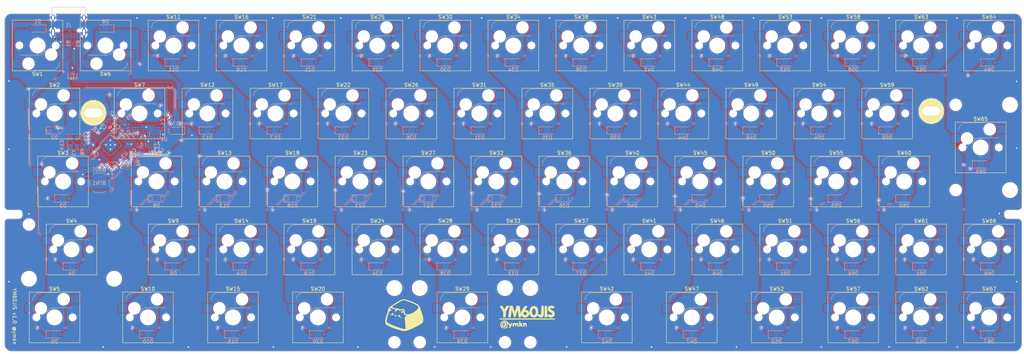
<source format=kicad_pcb>
(kicad_pcb (version 20221018) (generator pcbnew)
  (title_block (title "YM60JIS") (date "2023-10-26") (rev "v1.0") (company "@ymkn"))
  (layers (0 "F.Cu" signal) (31 "B.Cu" signal) (34 "B.Paste" user) (35 "F.Paste" user) (36 "B.SilkS" user "B.Silkscreen") (37 "F.SilkS" user "F.Silkscreen") (38 "B.Mask" user) (39 "F.Mask" user) (44 "Edge.Cuts" user))
  (net 0 "")
  (net 1 "ROW0")
  (net 2 "Net-(D1-A)")
  (net 3 "Net-(D2-A)")
  (net 4 "Net-(D3-A)")
  (net 5 "Net-(D4-A)")
  (net 6 "Net-(D5-A)")
  (net 7 "ROW1")
  (net 8 "Net-(D6-A)")
  (net 9 "Net-(D7-A)")
  (net 10 "Net-(D8-A)")
  (net 11 "Net-(D9-A)")
  (net 12 "ROW2")
  (net 13 "Net-(D10-A)")
  (net 14 "Net-(D11-A)")
  (net 15 "Net-(D12-A)")
  (net 16 "Net-(D13-A)")
  (net 17 "ROW3")
  (net 18 "Net-(D14-A)")
  (net 19 "Net-(D15-A)")
  (net 20 "Net-(D16-A)")
  (net 21 "Net-(D17-A)")
  (net 22 "ROW4")
  (net 23 "Net-(D18-A)")
  (net 24 "Net-(D19-A)")
  (net 25 "Net-(D20-A)")
  (net 26 "GND")
  (net 27 "Net-(J1-CC1)")
  (net 29 "Net-(J1-CC2)")
  (net 31 "BOOT")
  (net 32 "+3V3")
  (net 33 "XIN")
  (net 34 "XOUT")
  (net 35 "+1V1")
  (net 36 "QSPI_SD3")
  (net 37 "QSPI_SCLK")
  (net 38 "QSPI_SD0")
  (net 39 "QSPI_SD2")
  (net 40 "QSPI_SD1")
  (net 41 "QSPI_SS")
  (net 42 "COL0")
  (net 43 "COL1")
  (net 44 "COL2")
  (net 45 "COL3")
  (net 46 "COL4")
  (net 47 "+5V")
  (net 48 "USB_D+")
  (net 49 "USB_D-")
  (net 50 "Net-(U3-USB_DP)")
  (net 51 "Net-(U3-USB_DM)")
  (net 64 "Net-(C15-Pad2)")
  (net 65 "Net-(D21-A)")
  (net 66 "Net-(D22-A)")
  (net 67 "Net-(D23-A)")
  (net 68 "Net-(D24-A)")
  (net 69 "Net-(D25-A)")
  (net 70 "Net-(D26-A)")
  (net 71 "Net-(D27-A)")
  (net 72 "Net-(D28-A)")
  (net 73 "Net-(D29-A)")
  (net 74 "Net-(D30-A)")
  (net 75 "Net-(D31-A)")
  (net 76 "Net-(D32-A)")
  (net 77 "Net-(D33-A)")
  (net 78 "Net-(D34-A)")
  (net 79 "Net-(D35-A)")
  (net 80 "Net-(D36-A)")
  (net 81 "Net-(D37-A)")
  (net 82 "Net-(D38-A)")
  (net 83 "Net-(D39-A)")
  (net 84 "Net-(D40-A)")
  (net 85 "Net-(D41-A)")
  (net 86 "Net-(D42-A)")
  (net 87 "Net-(D43-A)")
  (net 88 "Net-(D44-A)")
  (net 89 "Net-(D45-A)")
  (net 90 "Net-(D46-A)")
  (net 91 "Net-(D47-A)")
  (net 92 "Net-(D48-A)")
  (net 93 "Net-(D49-A)")
  (net 94 "Net-(D50-A)")
  (net 95 "Net-(D51-A)")
  (net 96 "Net-(D52-A)")
  (net 97 "Net-(D53-A)")
  (net 98 "Net-(D54-A)")
  (net 99 "Net-(D55-A)")
  (net 100 "Net-(D56-A)")
  (net 101 "Net-(D57-A)")
  (net 102 "Net-(D58-A)")
  (net 103 "Net-(D59-A)")
  (net 104 "Net-(D60-A)")
  (net 105 "Net-(D61-A)")
  (net 106 "Net-(D62-A)")
  (net 107 "Net-(D63-A)")
  (net 108 "Net-(D64-A)")
  (net 109 "Net-(D65-A)")
  (net 110 "Net-(D66-A)")
  (net 111 "Net-(D67-A)")
  (net 112 "COL5")
  (net 113 "COL6")
  (net 114 "COL7")
  (net 115 "COL8")
  (net 116 "COL9")
  (net 117 "COL10")
  (net 118 "COL11")
  (net 119 "COL12")
  (net 120 "COL13")
  (footprint "Switch_Keyboard_Hotswap_Kailh:SW_Hotswap_Kailh_MX_1.00u" (layer "F.Cu") (at 200.025 114.3)
    (fp_text reference "SW24")
    (fp_text value "SW_Push")
  )
  (footprint "Switch_Keyboard_Hotswap_Kailh:SW_Hotswap_Kailh_MX_3.00u" (layer "F.Cu") (at 223.8375 133.35)
    (fp_text reference "SW29")
    (fp_text value "Space")
  )
  (footprint "Switch_Keyboard_Hotswap_Kailh:SW_Hotswap_Kailh_MX_1.00u" (layer "F.Cu") (at 157.1625 95.25)
    (fp_text reference "SW13")
    (fp_text value "SW_Push")
  )
  (footprint "Switch_Keyboard_Hotswap_Kailh:SW_Hotswap_Kailh_MX_1.00u" (layer "F.Cu") (at 323.85 76.2)
    (fp_text reference "SW54")
    (fp_text value "SW_Push")
  )
  (footprint "Switch_Keyboard_Hotswap_Kailh:SW_Hotswap_Kailh_MX_1.00u" (layer "F.Cu") (at 209.55 76.2)
    (fp_text reference "SW26")
    (fp_text value "SW_Push")
  )
  (footprint "Switch_Keyboard_Hotswap_Kailh:SW_Hotswap_Kailh_MX_1.00u" (layer "F.Cu") (at 276.225 114.3)
    (fp_text reference "SW41")
    (fp_text value "SW_Push")
  )
  (footprint "Switch_Keyboard_Hotswap_Kailh:SW_Hotswap_Kailh_MX_1.00u" (layer "F.Cu") (at 161.925 57.15)
    (fp_text reference "SW16")
    (fp_text value "SW_Push")
  )
  (footprint "hole:PKRH" (layer "F.Cu") (at 120.45 75.525)
    (fp_text reference "REF**" hide)
    (fp_text value ">VALUE" hide)
  )
  (footprint "Switch_Keyboard_Hotswap_Kailh:SW_Hotswap_Kailh_MX_1.00u" (layer "F.Cu") (at 238.125 114.3)
    (fp_text reference "SW33")
    (fp_text value "SW_Push")
  )
  (footprint "Switch_Keyboard_Hotswap_Kailh:SW_Hotswap_Kailh_MX_1.25u" (layer "F.Cu") (at 159.54375 133.35)
    (fp_text reference "SW15")
    (fp_text value "SW_Push")
  )
  (footprint "logo:ym60jis_logo_icononly" (layer "F.Cu") (at 207.384042 132.626416)
    (fp_text reference "G***" hide)
    (fp_text value "LOGO" hide)
  )
  (footprint "Switch_Keyboard_Hotswap_Kailh:SW_Hotswap_Kailh_MX_1.00u" (layer "F.Cu") (at 200.025 57.15)
    (fp_text reference "SW25")
    (fp_text value "SW_Push")
  )
  (footprint "PCM_Mounting_Keyboard_Stabilizer:Stabilizer_Cherry_MX_2.00u" (layer "F.Cu") (at 369.09375 85.725 90)
    (fp_text reference "REF**" hide)
    (fp_text value "Stabilizer_Cherry_MX_2.00u")
  )
  (footprint "hole:PKRH" (layer "F.Cu") (at 355.25 75.525)
    (fp_text reference "" hide)
    (fp_text value ">VALUE" hide)
  )
  (footprint "logo:ym60jis_logo_ym60jis_only" (layer "F.Cu") (at 242.05 132.525)
    (fp_text reference "G***" hide)
    (fp_text value "LOGO" hide)
  )
  (footprint "Switch_Keyboard_Hotswap_Kailh:SW_Hotswap_Kailh_MX_1.00u" (layer "F.Cu") (at 152.4 76.2)
    (fp_text reference "SW12")
    (fp_text value "SW_Push")
  )
  (footprint "Switch_Keyboard_Hotswap_Kailh:SW_Hotswap_Kailh_MX_1.25u" (layer "F.Cu") (at 135.73125 133.35)
    (fp_text reference "SW10")
    (fp_text value "SW_Push")
  )
  (footprint "Switch_Keyboard_Hotswap_Kailh:SW_Hotswap_Kailh_MX_1.00u" (layer "F.Cu") (at 176.2125 95.25)
    (fp_text reference "SW18")
    (fp_text value "SW_Push")
  )
  (footprint "Switch_Keyboard_Hotswap_Kailh:SW_Hotswap_Kailh_MX_1.00u" (layer "F.Cu") (at 180.975 57.15)
    (fp_text reference "SW21")
    (fp_text value "SW_Push")
  )
  (footprint "Mounting_Keyboard_Stabilizer:Stabilizer_Cherry_MX_3.00u" (layer "F.Cu") (at 223.8375 133.35 180)
    (fp_text reference "REF**" hide)
    (fp_text value "Stabilizer_Cherry_MX_3.00u")
  )
  (footprint "Switch_Keyboard_Hotswap_Kailh:SW_Hotswap_Kailh_MX_1.50u" (layer "F.Cu") (at 109.5375 133.35)
    (fp_text reference "SW5")
    (fp_text value "SW_Push")
  )
  (footprint "Switch_Keyboard_Hotswap_Kailh:SW_Hotswap_Kailh_MX_1.00u" (layer "F.Cu") (at 219.075 114.3)
    (fp_text reference "SW28")
    (fp_text value "SW_Push")
  )
  (footprint "Switch_Keyboard_Hotswap_Kailh:SW_Hotswap_Kailh_MX_1.75u" (layer "F.Cu") (at 111.91875 95.25)
    (fp_text reference "SW3")
    (fp_text value "SW_Push")
  )
  (footprint "Switch_Keyboard_Hotswap_Kailh:SW_Hotswap_Kailh_MX_1.00u" (layer "F.Cu") (at 271.4625 95.25)
    (fp_text reference "SW40")
    (fp_text value "SW_Push")
  )
  (footprint "Switch_Keyboard_Hotswap_Kailh:SW_Hotswap_Kailh_MX_1.25u" (layer "F.Cu") (at 288.13125 133.35)
    (fp_text reference "SW47")
    (fp_text value "SW_Push")
  )
  (footprint "Switch_Keyboard_Hotswap_Kailh:SW_Hotswap_Kailh_MX_1.00u" (layer "F.Cu") (at 180.975 114.3)
    (fp_text reference "SW19")
    (fp_text value "SW_Push")
  )
  (footprint "Switch_Keyboard_Hotswap_Kailh:SW_Hotswap_Kailh_MX_1.00u" (layer "F.Cu") (at 371.475 114.3)
    (fp_text reference "SW66")
    (fp_text value "SW_Push")
  )
  (footprint "Switch_Keyboard_Hotswap_Kailh:SW_Hotswap_Kailh_MX_1.00u" (layer "F.Cu") (at 252.4125 95.25)
    (fp_text reference "SW36")
    (fp_text value "SW_Push")
  )
  (footprint "Switch_Keyboard_Hotswap_Kailh:SW_Hotswap_Kailh_MX_1.00u" (layer "F.Cu") (at 328.6125 95.25)
    (fp_text reference "SW55")
    (fp_text value "SW_Push")
  )
  (footprint "Switch_Keyboard_Hotswap_Kailh:SW_Hotswap_Kailh_MX_1.00u" (layer "F.Cu") (at 123.825 57.15 180)
    (fp_text reference "SW6")
    (fp_text value "SW_Push")
  )
  (footprint "Switch_Keyboard_Hotswap_Kailh:SW_Hotswap_Kailh_MX_1.00u" (layer "F.Cu") (at 247.65 76.2)
    (fp_text reference "SW35")
    (fp_text value "SW_Push")
  )
  (footprint "Switch_Keyboard_Hotswap_Kailh:SW_Hotswap_Kailh_MX_1.00u" (layer "F.Cu") (at 276.225 57.15)
    (fp_text reference "SW43")
    (fp_text value "SW_Push")
  )
  (footprint "Switch_Keyboard_Hotswap_Kailh:SW_Hotswap_Kailh_MX_1.00u" (layer "F.Cu") (at 171.45 76.2)
    (fp_text reference "SW17")
    (fp_text value "SW_Push")
  )
  (footprint "Switch_Keyboard_Hotswap_Kailh:SW_Hotswap_Kailh_MX_1.25u" (layer "F.Cu") (at 311.94375 133.35)
    (fp_text reference "SW52")
    (fp_text value "SW_Push")
  )
  (footprint "Switch_Keyboard_Hotswap_Kailh:SW_Hotswap_Kailh_MX_1.00u" (layer "F.Cu") (at 342.9 76.2)
    (fp_text reference "SW59")
    (fp_text value "SW_Push")
  )
  (footprint "Switch_Keyboard_Hotswap_Kailh:SW_Hotswap_Kailh_MX_1.00u" (layer "F.Cu") (at 219.075 57.15)
    (fp_text reference "SW30")
    (fp_text value "SW_Push")
  )
  (footprint "Switch_Keyboard_Hotswap_Kailh:SW_Hotswap_Kailh_MX_2.00u" (layer "F.Cu") (at 114.3 114.3)
    (fp_text reference "SW4")
    (fp_text value "SW_Push")
  )
  (footprint "Switch_Keyboard_Hotswap_Kailh:SW_Hotswap_Kailh_MX_1.50u" (layer "F.Cu") (at 109.5375 76.2)
    (fp_text reference "SW2")
    (fp_text value "SW_Push")
  )
  (footprint "Switch_Keyboard_Hotswap_Kailh:SW_Hotswap_Kailh_MX_1.00u" (layer "F.Cu") (at 333.375 57.15)
    (fp_text reference "SW58")
    (fp_text value "SW_Push")
  )
  (footprint "Switch_Keyboard_Hotswap_Kailh:SW_Hotswap_Kailh_MX_1.00u" (layer "F.Cu") (at 257.175 57.15)
    (fp_text reference "SW38")
    (fp_text value "SW_Push")
  )
  (footprint "Switch_Keyboard_Hotswap_Kailh:SW_Hotswap_Kailh_MX_1.00u" (layer "F.Cu") (at 161.925 114.3)
    (fp_text reference "SW14")
    (fp_text value "SW_Push")
  )
  (footprint "Switch_Keyboard_Hotswap_Kailh:SW_Hotswap_Kailh_MX_1.00u" (layer "F.Cu") (at 142.875 114.3)
    (fp_text reference "SW9")
    (fp_text value "SW_Push")
  )
  (footprint "Switch_Keyboard_Hotswap_Kailh:SW_Hotswap_Kailh_MX_1.00u" (layer "F.Cu") (at 133.35 76.2)
    (fp_text reference "SW7")
    (fp_text value "SW_Push")
  )
  (footprint "Switch_Keyboard_Hotswap_Kailh:SW_Hotswap_Kailh_MX_ISOEnter" (layer "F.Cu") (at 369.09375 85.725)
    (fp_text reference "SW65")
    (fp_text value "ISOEnter")
  )
  (footprint "Switch_Keyboard_Hotswap_Kailh:SW_Hotswap_Kailh_MX_1.00u" (layer "F.Cu") (at 238.125 57.15)
    (fp_text reference "SW34")
    (fp_text value "SW_Push")
  )
  (footprint "Switch_Keyboard_Hotswap_Kailh:SW_Hotswap_Kailh_MX_1.00u" (layer "F.Cu") (at 352.425 133.35)
    (fp_text reference "SW62")
    (fp_text value "SW_Push")
  )
  (footprint "Switch_Keyboard_Hotswap_Kailh:SW_Hotswap_Kailh_MX_1.00u" (layer "F.Cu") (at 190.5 76.2)
    (fp_text reference "SW22")
    (fp_text value "SW_Push")
  )
  (footprint "Switch_Keyboard_Hotswap_Kailh:SW_Hotswap_Kailh_MX_1.00u" (layer "F.Cu") (at 304.8 76.2)
    (fp_text reference "SW49")
    (fp_text value "SW_Push")
  )
  (footprint "Switch_Keyboard_Hotswap_Kailh:SW_Hotswap_Kailh_MX_1.00u" (layer "F.Cu") (at 257.175 114.3)
    (fp_text reference "SW37")
    (fp_text value "SW_Push")
  )
  (footprint "Switch_Keyboard_Hotswap_Kailh:SW_Hotswap_Kailh_MX_1.00u" (layer "F.Cu") (at 104.775 57.15 180)
    (fp_text reference "SW1")
    (fp_text value "SW_Push")
  )
  (footprint "Switch_Keyboard_Hotswap_Kailh:SW_Hotswap_Kailh_MX_1.25u" (layer "F.Cu") (at 183.35625 133.35)
    (fp_text reference "SW20")
    (fp_text value "SW_Push")
  )
  (footprint "Switch_Keyboard_Hotswap_Kailh:SW_Hotswap_Kailh_MX_1.00u" (layer "F.Cu") (at 295.275 57.15)
    (fp_text reference "SW48")
    (fp_text value "SW_Push")
  )
  (footprint "Switch_Keyboard_Hotswap_Kailh:SW_Hotswap_Kailh_MX_1.00u" (layer "F.Cu") (at 295.275 114.3)
    (fp_text reference "SW46")
    (fp_text value "SW_Push")
  )
  (footprint "Switch_Keyboard_Hotswap_Kailh:SW_Hotswap_Kailh_MX_1.00u" (layer "F.Cu") (at 290.5125 95.25)
    (fp_text reference "SW45")
    (fp_text value "SW_Push")
  )
  (footprint "Switch_Keyboard_Hotswap_Kailh:SW_Hotswap_Kailh_MX_1.00u" (layer "F.Cu") (at 285.75 76.2)
    (fp_text reference "SW44")
    (fp_text value "SW_Push")
  )
  (footprint "Switch_Keyboard_Hotswap_Kailh:SW_Hotswap_Kailh_MX_1.00u" (layer "F.Cu") (at 352.425 114.3)
    (fp_text reference "SW61")
    (fp_text value "SW_Push")
  )
  (footprint "Switch_Keyboard_Hotswap_Kailh:SW_Hotswap_Kailh_MX_1.00u" (layer "F.Cu") (at 333.375 114.3)
    (fp_text reference "SW56")
    (fp_text value "SW_Push")
  )
  (footprint "Switch_Keyboard_Hotswap_Kailh:SW_Hotswap_Kailh_MX_1.00u" (layer "F.Cu") (at 309.5625 95.25)
    (fp_text reference "SW50")
    (fp_text value "SW_Push")
  )
  (footprint "Switch_Keyboard_Hotswap_Kailh:SW_Hotswap_Kailh_MX_1.00u" (layer "F.Cu") (at 314.325 57.15)
    (fp_text reference "SW53")
    (fp_text value "SW_Push")
  )
  (footprint "Switch_Keyboard_Hotswap_Kailh:SW_Hotswap_Kailh_MX_1.00u" (layer "F.Cu") (at 228.6 76.2)
    (fp_text reference "SW31")
    (fp_text value "SW_Push")
  )
  (footprint "Switch_Keyboard_Hotswap_Kailh:SW_Hotswap_Kailh_MX_1.00u" (layer "F.Cu") (at 352.425 57.15)
    (fp_text reference "SW63")
    (fp_text value "Yen")
  )
  (footprint "Switch_Keyboard_Hotswap_Kailh:SW_Hotswap_Kailh_MX_1.00u" (layer "F.Cu") (at 233.3625 95.25)
    (fp_text reference "SW32")
    (fp_text value "SW_Push")
  )
  (footprint "Switch_Keyboard_Hotswap_Kailh:SW_Hotswap_Kailh_MX_1.25u" (layer "F.Cu") (at 264.31875 133.35)
    (fp_text reference "SW42")
    (fp_text value "SW_Push")
  )
  (footprint "Switch_Keyboard_Hotswap_Kailh:SW_Hotswap_Kailh_MX_1.00u" (layer "F.Cu") (at 138.1125 95.25)
    (fp_text reference "SW8")
    (fp_text value "SW_Push")
  )
  (footprint "PCM_Mounting_Keyboard_Stabilizer:Stabilizer_Cherry_MX_2.00u" (layer "F.Cu") (at 114.3 114.3)
    (fp_text reference "REF**" hide)
    (fp_text value "Stabilizer_Cherry_MX_2.00u")
  )
  (footprint "Switch_Keyboard_Hotswap_Kailh:SW_Hotswap_Kailh_MX_1.00u" (layer "F.Cu") (at 142.875 57.15)
    (fp_text reference "SW11")
    (fp_text value "SW_Push")
  )
  (footprint "Switch_Keyboard_Hotswap_Kailh:SW_Hotswap_Kailh_MX_1.00u" (layer "F.Cu") (at 371.475 57.15)
    (fp_text reference "SW64")
    (fp_text value "Backspace")
  )
  (footprint "PCM_Mounting_Keyboard_Stabilizer:Stabilizer_Cherry_MX_2.00u" (layer "F.Cu") (at 223.8375 133.35 180)
    (fp_text reference "REF**" hide)
    (fp_text value "Stabilizer_Cherry_MX_2.00u")
  )
  (footprint "Switch_Keyboard_Hotswap_Kailh:SW_Hotswap_Kailh_MX_1.00u" (layer "F.Cu") (at 266.7 76.2)
    (fp_text reference "SW39")
    (fp_text value "SW_Push")
  )
  (footprint "Switch_Keyboard_Hotswap_Kailh:SW_Hotswap_Kailh_MX_1.00u" (layer "F.Cu") (at 347.6625 95.25)
    (fp_text reference "SW60")
    (fp_text value "SW_Push")
  )
  (footprint "Switch_Keyboard_Hotswap_Kailh:SW_Hotswap_Kailh_MX_1.00u" (layer "F.Cu") (at 314.325 114.3)
    (fp_text reference "SW51")
    (fp_text value "SW_Push")
  )
  (footprint "Switch_Keyboard_Hotswap_Kailh:SW_Hotswap_Kailh_MX_1.00u" (layer "F.Cu") (at 195.2625 95.25)
    (fp_text reference "SW23")
    (fp_text value "SW_Push")
  )
  (footprint "Switch_Keyboard_Hotswap_Kailh:SW_Hotswap_Kailh_MX_1.00u" (layer "F.Cu") (at 214.3125 95.25)
    (fp_text reference "SW27")
    (fp_text value "SW_Push")
  )
  (footprint "Switch_Keyboard_Hotswap_Kailh:SW_Hotswap_Kailh_MX_1.00u" (layer "F.Cu") (at 371.475 133.35)
    (fp_text reference "SW67")
    (fp_text value "SW_Push")
  )
  (footprint "Switch_Keyboard_Hotswap_Kailh:SW_Hotswap_Kailh_MX_1.00u" (layer "F.Cu") (at 333.375 133.35)
    (fp_text reference "SW57")
    (fp_text value "SW_Push")
  )
  (footprint "Capacitor_SMD:C_0402_1005Metric" (layer "B.Cu") (at 119.65 86.025 135)
    (fp_text reference "C3")
    (fp_text value "100nF")
  )
  (footprint "Diode_SMD:D_SOD-123" (layer "B.Cu") (at 295.275 119.0625)
    (fp_text reference "D46")
    (fp_text value "1N4148W")
  )
  (footprint "Resistor_SMD:R_0402_1005Metric" (layer "B.Cu") (at 117.15 85.025 -90)
    (fp_text reference "R8")
    (fp_text value "1K")
  )
  (footprint "Diode_SMD:D_SOD-123" (layer "B.Cu") (at 171.45 80.9625)
    (fp_text reference "D17")
    (fp_text value "1N4148W")
  )
  (footprint "Diode_SMD:D_SOD-123" (layer "B.Cu") (at 219.075 61.9125)
    (fp_text reference "D30")
    (fp_text value "1N4148W")
  )
  (footprint "Diode_SMD:D_SOD-123" (layer "B.Cu") (at 180.975 119.0625)
    (fp_text reference "D19")
    (fp_text value "1N4148W")
  )
  (footprint "Crystal:Crystal_SMD_3225-4Pin_3.2x2.5mm" (layer "B.Cu") (at 114.95 84.325 90)
    (fp_text reference "Y1")
    (fp_text value "X322512MSB4SI")
  )
  (footprint "Capacitor_SMD:C_0402_1005Metric" (layer "B.Cu") (at 136.25 86.125 180)
    (fp_text reference "C13")
    (fp_text value "100nF")
  )
  (footprint "Diode_SMD:D_SOD-123" (layer "B.Cu") (at 276.225 119.0625)
    (fp_text reference "D41")
    (fp_text value "1N4148W")
  )
  (footprint "Resistor_SMD:R_0402_1005Metric" (layer "B.Cu") (at 115.05 56.625 90)
    (fp_text reference "R3")
    (fp_text value "5.1K")
  )
  (footprint "Package_TO_SOT_SMD:SOT-23-3" (layer "B.Cu") (at 137.65 81.925 90)
    (fp_text reference "U1")
    (fp_text value "XC6206P332MR")
  )
  (footprint "Diode_SMD:D_SOD-123" (layer "B.Cu") (at 304.8 80.9625)
    (fp_text reference "D49")
    (fp_text value "1N4148W")
  )
  (footprint "Capacitor_SMD:C_0402_1005Metric" (layer "B.Cu") (at 117.15 83.125 -90)
    (fp_text reference "C15")
    (fp_text value "20pF")
  )
  (footprint "Capacitor_SMD:C_0402_1005Metric" (layer "B.Cu") (at 139.95 80.525 -90)
    (fp_text reference "C1")
    (fp_text value "10uF")
  )
  (footprint "Diode_SMD:D_SOD-123" (layer "B.Cu") (at 369.09375 90.4875)
    (fp_text reference "D65")
    (fp_text value "1N4148W")
  )
  (footprint "Diode_SMD:D_SOD-123" (layer "B.Cu") (at 371.475 138.1125)
    (fp_text reference "D67")
    (fp_text value "1N4148W")
  )
  (footprint "Diode_SMD:D_SOD-123" (layer "B.Cu") (at 314.325 61.9125)
    (fp_text reference "D53")
    (fp_text value "1N4148W")
  )
  (footprint "Diode_SMD:D_SOD-123" (layer "B.Cu") (at 295.275 61.9125)
    (fp_text reference "D48")
    (fp_text value "1N4148W")
  )
  (footprint "Diode_SMD:D_SOD-123" (layer "B.Cu") (at 288.13125 138.1125)
    (fp_text reference "D47")
    (fp_text value "1N4148W")
  )
  (footprint "Diode_SMD:D_SOD-123" (layer "B.Cu") (at 181.05 61.9125)
    (fp_text reference "D21")
    (fp_text value "1N4148W")
  )
  (footprint "Diode_SMD:D_SOD-123" (layer "B.Cu") (at 233.3625 100.0125)
    (fp_text reference "D32")
    (fp_text value "1N4148W")
  )
  (footprint "Diode_SMD:D_SOD-123" (layer "B.Cu") (at 238.125 61.9125)
    (fp_text reference "D34")
    (fp_text value "1N4148W")
  )
  (footprint "Resistor_SMD:R_0603_1608Metric" (layer "B.Cu") (at 128.65 78.725 -135)
    (fp_text reference "R5")
    (fp_text value "27")
  )
  (footprint "Diode_SMD:D_SOD-123" (layer "B.Cu") (at 257.175 61.9125)
    (fp_text reference "D38")
    (fp_text value "1N4148W")
  )
  (footprint "Diode_SMD:D_SOD-123" (layer "B.Cu") (at 209.55 80.9625)
    (fp_text reference "D26")
    (fp_text value "1N4148W")
  )
  (footprint "Diode_SMD:D_SOD-123" (layer "B.Cu") (at 309.5625 100.0125)
    (fp_text reference "D50")
    (fp_text value "1N4148W")
  )
  (footprint "Diode_SMD:D_SOD-123" (layer "B.Cu") (at 223.8375 138.1125)
    (fp_text reference "D29")
    (fp_text value "1N4148W")
  )
  (footprint "Diode_SMD:D_SOD-123" (layer "B.Cu") (at 247.65 80.9625)
    (fp_text reference "D35")
    (fp_text value "1N4148W")
  )
  (footprint "Diode_SMD:D_SOD-123" (layer "B.Cu") (at 264.31875 138.1125)
    (fp_text reference "D42")
    (fp_text value "1N4148W")
  )
  (footprint "Diode_SMD:D_SOD-123" (layer "B.Cu") (at 352.425 61.9125)
    (fp_text reference "D63")
    (fp_text value "1N4148W")
  )
  (footprint "Diode_SMD:D_SOD-123" (layer "B.Cu") (at 200.025 119.0625)
    (fp_text reference "D24")
    (fp_text value "1N4148W")
  )
  (footprint "Diode_SMD:D_SOD-123" (layer "B.Cu") (at 342.9 80.9625)
    (fp_text reference "D59")
    (fp_text value "1N4148W")
  )
  (footprint "Capacitor_SMD:C_0402_1005Metric" (layer "B.Cu") (at 123.95 79.025 135)
    (fp_text reference "C9")
    (fp_text value "100nF")
  )
  (footprint "Diode_SMD:D_SOD-123" (layer "B.Cu") (at 285.75 80.9625)
    (fp_text reference "D44")
    (fp_text value "1N4148W")
  )
  (footprint "Diode_SMD:D_SOD-123" (layer "B.Cu") (at 114.3 119.0625)
    (fp_text reference "D4")
    (fp_text value "1N4148W")
  )
  (footprint "Diode_SMD:D_SOD-123" (layer "B.Cu") (at 195.2625 100.0125)
    (fp_text reference "D23")
    (fp_text value "1N4148W")
  )
  (footprint "Capacitor_SMD:C_0402_1005Metric" (layer "B.Cu") (at 124.65 78.325 135)
    (fp_text reference "C10")
    (fp_text value "100nF")
  )
  (footprint "Diode_SMD:D_SOD-123" (layer "B.Cu") (at 161.925 119.0625)
    (fp_text reference "D14")
    (fp_text value "1N4148W")
  )
  (footprint "Capacitor_SMD:C_0402_1005Metric" (layer "B.Cu") (at 127.35 78.225 45)
    (fp_text reference "C11")
    (fp_text value "1uF")
  )
  (footprint "Diode_SMD:D_SOD-123" (layer "B.Cu") (at 352.425 119.0625)
    (fp_text reference "D61")
    (fp_text value "1N4148W")
  )
  (footprint "Diode_SMD:D_SOD-123" (layer "B.Cu") (at 104.775 52.3875 180)
    (fp_text reference "D1")
    (fp_text value "1N4148W")
  )
  (footprint "Diode_SMD:D_SOD-123" (layer "B.Cu") (at 328.6125 100.0125)
    (fp_text reference "D55")
    (fp_text value "1N4148W")
  )
  (footprint "Diode_SMD:D_SOD-123" (layer "B.Cu") (at 371.475 61.9125)
    (fp_text reference "D64")
    (fp_text value "1N4148W")
  )
  (footprint "Capacitor_SMD:C_0402_1005Metric" (layer "B.Cu") (at 136.25 85.125 180)
    (fp_text reference "C2")
    (fp_text value "10uF")
  )
  (footprint "Resistor_SMD:R_0402_1005Metric" (layer "B.Cu") (at 131.85 88.425 -90)
    (fp_text reference "R6")
    (fp_text value "1KΩ")
  )
  (footprint "Resistor_SMD:R_0402_1005Metric" (layer "B.Cu") (at 136.25 87.125)
    (fp_text reference "R7")
    (fp_text value "10kΩ")
  )
  (footprint "Diode_SMD:D_SOD-123" (layer "B.Cu") (at 157.1625 100.0125)
    (fp_text reference "D13")
    (fp_text value "1N4148W")
  )
  (footprint "Diode_SMD:D_SOD-123" (layer "B.Cu") (at 109.5375 138.1125)
    (fp_text reference "D5")
    (fp_text value "1N4148W")
  )
  (footprint "Diode_SMD:D_SOD-123" (layer "B.Cu") (at 333.375 119.0625)
    (fp_text reference "D56")
    (fp_text value "1N4148W")
  )
  (footprint "Diode_SMD:D_SOD-123" (layer "B.Cu") (at 161.925 61.9125)
    (fp_text reference "D16")
    (fp_text value "1N4148W")
  )
  (footprint "Diode_SMD:D_SOD-123" (layer "B.Cu") (at 183.35625 138.1125)
    (fp_text reference "D20")
    (fp_text value "1N4148W")
  )
  (footprint "Diode_SMD:D_SOD-123" (layer "B.Cu") (at 111.91875 100.0125)
    (fp_text reference "D3")
    (fp_text value "1N4148W")
  )
  (footprint "Capacitor_SMD:C_0402_1005Metric" (layer "B.Cu") (at 131.15 80.425 45)
    (fp_text reference "C16")
    (fp_text value "100nF")
  )
  (footprint "Resistor_SMD:R_0603_1608Metric" (layer "B.Cu") (at 129.75 79.825 -135)
    (fp_text reference "R4")
    (fp_text value "27")
  )
  (footprint "Diode_SMD:D_SOD-123" (layer "B.Cu") (at 252.4125 100.0125)
    (fp_text reference "D36")
    (fp_text value "1N4148W")
  )
  (footprint "Diode_SMD:D_SOD-123" (layer "B.Cu") (at 138.1125 100.0125)
    (fp_text reference "D8")
    (fp_text value "1N4148W")
  )
  (footprint "Diode_SMD:D_SOD-123" (layer "B.Cu") (at 257.175 119.0625)
    (fp_text reference "D37")
    (fp_text value "1N4148W")
  )
  (footprint "Diode_SMD:D_SOD-123" (layer "B.Cu") (at 266.7 80.9625)
    (fp_text reference "D39")
    (fp_text value "1N4148W")
  )
  (footprint "Connector_USB:USB_C_Receptacle_HRO_TYPE-C-31-M-12" (layer "B.Cu") (at 113.45 50.345)
    (fp_text reference "J1")
    (fp_text value "TYPE-C-31-M-12")
  )
  (footprint "W25Q16JVUXIQ:W25Q16JVUXIQ_WIN" (layer "B.Cu") (at 133.95 85.125 90)
    (fp_text reference "U4")
    (fp_text value "W25Q16JVUXIQ")
  )
  (footprint "Diode_SMD:D_SOD-123" (layer "B.Cu") (at 314.325 119.0625)
    (fp_text reference "D51")
    (fp_text value "1N4148W")
  )
  (footprint "Diode_SMD:D_SOD-123" (layer "B.Cu") (at 159.54375 138.1125)
    (fp_text reference "D15")
    (fp_text value "1N4148W")
  )
  (footprint "Resistor_SMD:R_0402_1005Metric" (layer "B.Cu") (at 112.25 56.625 -90)
    (fp_text reference "R1")
    (fp_text value "5.1K")
  )
  (footprint "Diode_SMD:D_SOD-123" (layer "B.Cu") (at 371.475 119.0625)
    (fp_text reference "D66")
    (fp_text value "1N4148W")
  )
  (footprint "Capacitor_SMD:C_0402_1005Metric" (layer "B.Cu") (at 120.35 81.625 135)
    (fp_text reference "C8")
    (fp_text value "100nF")
  )
  (footprint "Diode_SMD:D_SOD-123" (layer "B.Cu") (at 323.85 80.9625)
    (fp_text reference "D54")
    (fp_text value "1N4148W")
  )
  (footprint "Capacitor_SMD:C_0402_1005Metric" (layer "B.Cu") (at 130.75 86.025 45)
    (fp_text reference "C5")
    (fp_text value "100nF")
  )
  (footprint "Diode_SMD:D_SOD-123" (layer "B.Cu") (at 214.3125 100.0125)
    (fp_text reference "D27")
    (fp_text value "1N4148W")
  )
  (footprint "Capacitor_SMD:C_0402_1005Metric" (layer "B.Cu") (at 112.75 85.025 -90)
    (fp_text reference "C14")
    (fp_text value "20pF")
  )
  (footprint "Diode_SMD:D_SOD-123" (layer "B.Cu") (at 271.4625 100.0125)
    (fp_text reference "D40")
    (fp_text value "1N4148W")
  )
  (footprint "Diode_SMD:D_SOD-123" (layer "B.Cu") (at 135.73125 138.1125)
    (fp_text reference "D10")
    (fp_text value "1N4148W")
  )
  (footprint "Package_DFN_QFN:QFN-56-1EP_7x7mm_P0.4mm_EP3.2x3.2mm" (layer "B.Cu") (at 125.2 85 135)
    (fp_text reference "U3")
    (fp_text value "RP2040")
  )
  (footprint "SMF05CT1G:SOT-363-6_2P2X1P35_ONS" (layer "B.Cu") (at 114.55 65.725 -90)
    (fp_text reference "U2")
    (fp_text value "SMF05CT1G")
  )
  (footprint "Diode_SMD:D_SOD-123" (layer "B.Cu") (at 142.875 119.0625)
    (fp_text reference "D9")
    (fp_text value "1N4148W")
  )
  (footprint "Diode_SMD:D_SOD-123" (layer "B.Cu") (at 333.375 138.1125)
    (fp_text reference "D57")
    (fp_text value "1N4148W")
  )
  (footprint "Diode_SMD:D_SOD-123" (layer "B.Cu") (at 228.6 80.9625)
    (fp_text reference "D31")
    (fp_text value "1N4148W")
  )
  (footprint "Diode_SMD:D_SOD-123" (layer "B.Cu") (at 347.6625 100.0125)
    (fp_text reference "D60")
    (fp_text value "1N4148W")
  )
  (footprint "Capacitor_SMD:C_0402_1005Metric" (layer "B.Cu") (at 134.35 81.625)
    (fp_text reference "C4")
    (fp_text value "100nF")
  )
  (footprint "Diode_SMD:D_SOD-123" (layer "B.Cu") (at 152.4 80.9625)
    (fp_text reference "D12")
    (fp_text value "1N4148W")
  )
  (footprint "Diode_SMD:D_SOD-123" (layer "B.Cu") (at 109.5375 80.9625)
    (fp_text reference "D2")
    (fp_text value "1N4148W")
  )
  (footprint "Diode_SMD:D_SOD-123" (layer "B.Cu") (at 219.075 119.0625)
    (fp_text reference "D28")
    (fp_text value "1N4148W")
  )
  (footprint "Diode_SMD:D_SOD-123" (layer "B.Cu") (at 142.875 61.9125)
    (fp_text reference "D11")
    (fp_text value "1N4148W")
  )
  (footprint "Diode_SMD:D_SOD-123" (layer "B.Cu") (at 200.025 61.9125)
    (fp_text reference "D25")
    (fp_text value "1N4148W")
  )
  (footprint "Diode_SMD:D_SOD-123" (layer "B.Cu") (at 352.425 138.1125)
    (fp_text reference "D62")
    (fp_text value "1N4148W")
  )
  (footprint "Diode_SMD:D_SOD-123" (layer "B.Cu") (at 123.825 52.3875 180)
    (fp_text reference "D6")
    (fp_text value "1N4148W")
  )
  (footprint "Diode_SMD:D_SOD-123" (layer "B.Cu") (at 311.94375 138.1125)
    (fp_text reference "D52")
    (fp_text value "1N4148W")
  )
  (footprint "Capacitor_SMD:C_0402_1005Metric" (layer "B.Cu") (at 118.95 86.725 135)
    (fp_text reference "C7")
    (fp_text value "100nF")
  )
  (footprint "Capacitor_SMD:C_0402_1005Metric" (layer "B.Cu") (at 125.35 77.625 135)
    (fp_text reference "C12")
    (fp_text value "1uF")
  )
  (footprint "Diode_SMD:D_SOD-123" (layer "B.Cu") (at 333.375 61.9125)
    (fp_text reference "D58")
    (fp_text value "1N4148W")
  )
  (footprint "Diode_SMD:D_SOD-123" (layer "B.Cu") (at 276.225 61.9125)
    (fp_text reference "D43")
    (fp_text value "1N4148W")
  )
  (footprint "Diode_SMD:D_SOD-123" (layer "B.Cu") (at 190.5 80.9625)
    (fp_text reference "D22")
    (fp_text value "1N4148W")
  )
  (footprint "Diode_SMD:D_SOD-123" (layer "B.Cu") (at 176.2125 100.0125)
    (fp_text reference "D18")
    (fp_text value "1N4148W")
  )
  (footprint "Capacitor_SMD:C_0402_1005Metric" (layer "B.Cu") (at 127.65 90.525 -90)
    (fp_text reference "C6")
    (fp_text value "100nF")
  )
  (footprint "Button_Switch_SMD:SW_Push_1P1T_XKB_TS-1187A" (layer "B.Cu") (at 122.15 95.625 180)
    (fp_text reference "BTN1")
    (fp_text value "TS-1187A-B-A-B")
  )
  (footprint "Capacitor_SMD:C_0402_1005Metric" (layer "B.Cu") (at 132.55 80.425 45)
    (fp_text reference "C17")
    (fp_text value "100nF")
  )
  (footprint "Diode_SMD:D_SOD-123" (layer "B.Cu") (at 290.5125 100.0125)
    (fp_text reference "D45")
    (fp_text value "1N4148W")
  )
  (footprint "Diode_SMD:D_SOD-123" (layer "B.Cu") (at 238.125 119.0625)
    (fp_text reference "D33")
    (fp_text value "1N4148W")
  )
  (footprint "Diode_SMD:D_SOD-123" (layer "B.Cu") (at 143.65 81.025 180)
    (fp_text reference "D7")
    (fp_text value "1N4148W")
  )
  (gr_line locked (start 380.6 140.825) (end 380.6 106.725) (stroke (width 0.1)) (layer "Edge.Cuts"))
  (gr_arc locked (start 376.7 105.725) (mid 375.992894 105.432107) (end 375.7 104.725) (stroke (width 0.1)) (layer "Edge.Cuts"))
  (gr_line locked (start 97.55 142.825) (end 378.6 142.825) (stroke (width 0.1)) (layer "Edge.Cuts"))
  (gr_line locked (start 379.6 105.725) (end 376.7 105.725) (stroke (width 0.1)) (layer "Edge.Cuts"))
  (gr_arc locked (start 97.55 142.825) (mid 96.135786 142.239214) (end 95.55 140.825) (stroke (width 0.1)) (layer "Edge.Cuts"))
  (gr_arc locked (start 95.55 50.225) (mid 96.135786 48.810786) (end 97.55 48.225) (stroke (width 0.1)) (layer "Edge.Cuts"))
  (gr_arc locked (start 379.6 105.725) (mid 380.307106 106.017893) (end 380.6 106.725) (stroke (width 0.1)) (layer "Edge.Cuts"))
  (gr_arc (start 100.55 104.725) (mid 100.257107 105.432106) (end 99.55 105.725) (stroke (width 0.1)) (layer "Edge.Cuts"))
  (gr_line locked (start 380.6 102.225) (end 380.6 50.225) (stroke (width 0.1)) (layer "Edge.Cuts"))
  (gr_arc locked (start 378.6 48.225) (mid 380.014214 48.810786) (end 380.6 50.225) (stroke (width 0.1)) (layer "Edge.Cuts"))
  (gr_arc locked (start 96.55 103.225) (mid 95.842894 102.932107) (end 95.55 102.225) (stroke (width 0.1)) (layer "Edge.Cuts"))
  (gr_line (start 95.55 106.727107) (end 95.55 140.825) (stroke (width 0.1)) (layer "Edge.Cuts"))
  (gr_line (start 100.55 104.725) (end 100.55 104.225) (stroke (width 0.1)) (layer "Edge.Cuts"))
  (gr_line locked (start 96.55 103.225) (end 99.55 103.225) (stroke (width 0.1)) (layer "Edge.Cuts"))
  (gr_line locked (start 375.7 104.225) (end 375.7 104.725) (stroke (width 0.1)) (layer "Edge.Cuts"))
  (gr_arc locked (start 375.7 104.225) (mid 375.992893 103.517894) (end 376.7 103.225) (stroke (width 0.1)) (layer "Edge.Cuts"))
  (gr_line locked (start 95.55 50.225) (end 95.55 102.225) (stroke (width 0.1)) (layer "Edge.Cuts"))
  (gr_arc (start 95.55 106.727107) (mid 95.843069 106.021024) (end 96.55 105.730004) (stroke (width 0.1)) (layer "Edge.Cuts"))
  (gr_arc locked (start 99.55 103.225) (mid 100.257106 103.517893) (end 100.55 104.225) (stroke (width 0.1)) (layer "Edge.Cuts"))
  (gr_line locked (start 379.6 103.225) (end 376.7 103.225) (stroke (width 0.1)) (layer "Edge.Cuts"))
  (gr_arc locked (start 380.6 140.825) (mid 380.014214 142.239214) (end 378.6 142.825) (stroke (width 0.1)) (layer "Edge.Cuts"))
  (gr_arc locked (start 380.6 102.225) (mid 380.307107 102.932106) (end 379.6 103.225) (stroke (width 0.1)) (layer "Edge.Cuts"))
  (gr_line locked (start 378.6 48.225) (end 97.55 48.225) (stroke (width 0.1)) (layer "Edge.Cuts"))
  (gr_line locked (start 96.55 105.725) (end 99.55 105.725) (stroke (width 0.1)) (layer "Edge.Cuts"))
  (gr_text "BOOT" (at 124.15 92.525) (layer "B.SilkS") (effects (font (size 1 1)) (justify left bottom mirror)))
  (gr_text "YM60JIS v1.0 @ymkn" (at 97.75 125.025 270) (layer "F.SilkS") (effects (font (size 1 1)) (justify left bottom)))
  (segment (start 290.85 60.025) (end 271.75 60.025) (width 0.2) (layer "F.Cu") (net 1))
  (segment (start 329.05 60.025) (end 309.95 60.025) (width 0.2) (layer "F.Cu") (net 1))
  (segment (start 252.85 60.025) (end 233.65 60.025) (width 0.2) (layer "F.Cu") (net 1))
  (segment (start 195.55 60.025) (end 176.55 60.025) (width 0.2) (layer "F.Cu") (net 1))
  (segment (start 157.45 60.025) (end 138.45 60.025) (width 0.2) (layer "F.Cu") (net 1))
  (segment (start 102.15 67.225) (end 102.95 66.425) (width 0.2) (layer "F.Cu") (net 1))
  (segment (start 103.05 80.825) (end 118.300182 80.825) (width 0.2) (layer "F.Cu") (net 1))
  (segment (start 309.95 60.025) (end 290.85 60.025) (width 0.2) (layer "F.Cu") (net 1))
  (segment (start 118.300182 80.825) (end 119.050012 81.57483) (width 0.2) (layer "F.Cu") (net 1))
  (segment (start 271.75 60.025) (end 252.85 60.025) (width 0.2) (layer "F.Cu") (net 1))
  (segment (start 133.45 62.325) (end 135.75 60.025) (width 0.2) (layer "F.Cu") (net 1))
  (segment (start 102.15 69.325) (end 102.15 79.925) (width 0.2) (layer "F.Cu") (net 1))
  (segment (start 129.35 66.425) (end 133.45 62.325) (width 0.2) (layer "F.Cu") (net 1))
  (segment (start 102.15 79.925) (end 103.05 80.825) (width 0.2) (layer "F.Cu") (net 1))
  (segment (start 214.65 60.025) (end 195.55 60.025) (width 0.2) (layer "F.Cu") (net 1))
  (segment (start 102.95 66.425) (end 129.35 66.425) (width 0.2) (layer "F.Cu") (net 1))
  (segment (start 233.65 60.025) (end 214.65 60.025) (width 0.2) (layer "F.Cu") (net 1))
  (segment (start 348.05 60.025) (end 329.05 60.025) (width 0.2) (layer "F.Cu") (net 1))
  (segment (start 102.15 69.325) (end 102.15 67.225) (width 0.2) (layer "F.Cu") (net 1))
  (segment (start 176.55 60.025) (end 157.45 60.025) (width 0.2) (layer "F.Cu") (net 1))
  (segment (start 135.75 60.025) (end 138.45 60.025) (width 0.2) (layer "F.Cu") (net 1))
  (via (at 329.05 60.025) (size 0.8) (drill 0.4) (layers "F.Cu" "B.Cu") (net 1))
  (via (at 102.15 69.325) (size 0.8) (drill 0.4) (layers "F.Cu" "B.Cu") (net 1))
  (via (at 119.050012 81.57483) (size 0.8) (drill 0.4) (layers "F.Cu" "B.Cu") (net 1))
  (via (at 233.65 60.025) (size 0.8) (drill 0.4) (layers "F.Cu" "B.Cu") (net 1))
  (via (at 290.85 60.025) (size 0.8) (drill 0.4) (layers "F.Cu" "B.Cu") (net 1))
  (via (at 348.05 60.025) (size 0.8) (drill 0.4) (layers "F.Cu" "B.Cu") (net 1))
  (via (at 309.95 60.025) (size 0.8) (drill 0.4) (layers "F.Cu" "B.Cu") (net 1))
  (via (at 271.75 60.025) (size 0.8) (drill 0.4) (layers "F.Cu" "B.Cu") (net 1))
  (via (at 157.45 60.025) (size 0.8) (drill 0.4) (layers "F.Cu" "B.Cu") (net 1))
  (via (at 252.85 60.025) (size 0.8) (drill 0.4) (layers "F.Cu" "B.Cu") (net 1))
  (via (at 133.45 62.325) (size 0.8) (drill 0.4) (layers "F.Cu" "B.Cu") (net 1))
  (via (at 195.55 60.025) (size 0.8) (drill 0.4) (layers "F.Cu" "B.Cu") (net 1))
  (via (at 214.65 60.025) (size 0.8) (drill 0.4) (layers "F.Cu" "B.Cu") (net 1))
  (via (at 138.45 60.025) (size 0.8) (drill 0.4) (layers "F.Cu" "B.Cu") (net 1))
  (via (at 176.55 60.025) (size 0.8) (drill 0.4) (layers "F.Cu" "B.Cu") (net 1))
  (segment (start 132.8125 52.3875) (end 133.45 53.025) (width 0.2) (layer "B.Cu") (net 1))
  (segment (start 97.45 66.425) (end 97.25 66.225) (width 0.2) (layer "B.Cu") (net 1))
  (segment (start 107.65 50.825) (end 107.65 51.925) (width 0.2) (layer "B.Cu") (net 1))
  (segment (start 274.575 61.9125) (end 273.6375 61.9125) (width 0.2) (layer "B.Cu") (net 1))
  (segment (start 119.19983 81.57483) (end 120.198614 82.573614) (width 0.2) (layer "B.Cu") (net 1))
  (segment (start 349.9375 61.9125) (end 350.775 61.9125) (width 0.2) (layer "B.Cu") (net 1))
  (segment (start 292.7375 61.9125) (end 290.85 60.025) (width 0.2) (layer "B.Cu") (net 1))
  (segment (start 97.65 50.325) (end 107.15 50.325) (width 0.2) (layer "B.Cu") (net 1))
  (segment (start 178.4375 61.9125) (end 176.55 60.025) (width 0.2) (layer "B.Cu") (net 1))
  (segment (start 160.275 61.9125) (end 159.3375 61.9125) (width 0.2) (layer "B.Cu") (net 1))
  (segment (start 120.793715 82.573614) (end 121.779371 83.55927) (width 0.2) (layer "B.Cu") (net 1))
  (segment (start 133.45 53.025) (end 133.45 62.325) (width 0.2) (layer "B.Cu") (net 1))
  (segment (start 107.1875 52.3875) (end 106.425 52.3875) (width 0.2) (layer "B.Cu") (net 1))
  (segment (start 254.7375 61.9125) (end 252.85 60.025) (width 0.2) (layer "B.Cu") (net 1))
  (segment (start 273.6375 61.9125) (end 271.75 60.025) (width 0.2) (layer "B.Cu") (net 1))
  (segment (start 236.475 61.9125) (end 235.5375 61.9125) (width 0.2) (layer "B.Cu") (net 1))
  (segment (start 311.8375 61.9125) (end 309.95 60.025) (width 0.2) (layer "B.Cu") (net 1))
  (segment (start 99.25 66.425) (end 97.45 66.425) (width 0.2) (layer "B.Cu") (net 1))
  (segment (start 235.5375 61.9125) (end 233.65 60.025) (width 0.2) (layer "B.Cu") (net 1))
  (segment (start 312.675 61.9125) (end 311.8375 61.9125) (width 0.2) (layer "B.Cu") (net 1))
  (segment (start 179.4 61.9125) (end 178.4375 61.9125) (width 0.2) (layer "B.Cu") (net 1))
  (segment (start 293.625 61.9125) (end 292.7375 61.9125) (width 0.2) (layer "B.Cu") (net 1))
  (segment (start 97.25 50.725) (end 97.65 50.325) (width 0.2) (layer "B.Cu") (net 1))
  (segment (start 102.15 69.325) (end 99.25 66.425) (width 0.2) (layer "B.Cu") (net 1))
  (segment (start 197.4375 61.9125) (end 195.55 60.025) (width 0.2) (layer "B.Cu") (net 1))
  (segment (start 140.3375 61.9125) (end 138.45 60.025) (width 0.2) (layer "B.Cu") (net 1))
  (segment (start 331.725 61.9125) (end 330.9375 61.9125) (width 0.2) (layer "B.Cu") (net 1))
  (segment (start 159.3375 61.9125) (end 157.45 60.025) (width 0.2) (layer "B.Cu") (net 1))
  (segment (start 119.050012 81.57483) (end 119.19983 81.57483) (width 0.2) (layer "B.Cu") (net 1))
  (segment (start 97.25 66.225) (end 97.25 50.725) (width 0.2) (layer "B.Cu") (net 1))
  (segment (start 107.65 51.925) (end 107.1875 52.3875) (width 0.2) (layer "B.Cu") (net 1))
  (segment (start 125.475 52.3875) (end 132.8125 52.3875) (width 0.2) (layer "B.Cu") (net 1))
  (segment (start 198.375 61.9125) (end 197.4375 61.9125) (width 0.2) (layer "B.Cu") (net 1))
  (segment (start 216.5375 61.9125) (end 214.65 60.025) (width 0.2) (layer "B.Cu") (net 1))
  (segment (start 107.15 50.325) (end 107.65 50.825) (width 0.2) (layer "B.Cu") (net 1))
  (segment (start 255.525 61.9125) (end 254.7375 61.9125) (width 0.2) (layer "B.Cu") (net 1))
  (segment (start 330.9375 61.9125) (end 329.05 60.025) (width 0.2) (layer "B.Cu") (net 1))
  (segment (start 141.225 61.9125) (end 140.3375 61.9125) (width 0.2) (layer "B.Cu") (net 1))
  (segment (start 348.05 60.025) (end 349.9375 61.9125) (width 0.2) (layer "B.Cu") (net 1))
  (segment (start 217.425 61.9125) (end 216.5375 61.9125) (width 0.2) (layer "B.Cu") (net 1))
  (segment (start 120.198614 82.573614) (end 120.793715 82.573614) (width 0.2) (layer "B.Cu") (net 1))
  (segment (start 98.6875 52.3875) (end 103.125 52.3875) (width 0.2) (layer "B.Cu") (net 2))
  (segment (start 98.15 52.925) (end 98.6875 52.3875) (width 0.2) (layer "B.Cu") (net 2))
  (segment (start 98.933 62.23) (end 98.15 61.447) (width 0.2) (layer "B.Cu") (net 2))
  (segment (start 98.15 61.447) (end 98.15 52.925) (width 0.2) (layer "B.Cu") (net 2))
  (segment (start 115.3795 71.12) (end 112.65 73.8495) (width 0.2) (layer "B.Cu") (net 3))
  (segment (start 112.65 79.5) (end 111.1875 80.9625) (width 0.2) (layer "B.Cu") (net 3))
  (segment (start 112.65 73.8495) (end 112.65 79.5) (width 0.2) (layer "B.Cu") (net 3))
  (segment (start 117.76075 90.17) (end 115.15 92.78075) (width 0.2) (layer "B.Cu") (net 4))
  (segment (start 115.15 92.78075) (end 115.15 98.43125) (width 0.2) (layer "B.Cu") (net 4))
  (segment (start 115.15 98.43125) (end 113.56875 100.0125) (width 0.2) (layer "B.Cu") (net 4))
  (segment (start 120.142 109.22) (end 117.55 111.812) (width 0.2) (layer "B.Cu") (net 5))
  (segment (start 117.55 111.812) (end 117.55 117.4625) (width 0.2) (layer "B.Cu") (net 5))
  (segment (start 117.55 117.4625) (end 115.95 119.0625) (width 0.2) (layer "B.Cu") (net 5))
  (segment (start 115.3795 128.27) (end 112.65 130.9995) (width 0.2) (layer "B.Cu") (net 6))
  (segment (start 112.65 130.9995) (end 112.65 136.65) (width 0.2) (layer "B.Cu") (net 6))
  (segment (start 112.65 136.65) (end 111.1875 138.1125) (width 0.2) (layer "B.Cu") (net 6))
  (segment (start 243.15 79.025) (end 224.15 79.025) (width 0.2) (layer "F.Cu") (net 7))
  (segment (start 116.35 73.625) (end 117.55 72.425) (width 0.2) (layer "F.Cu") (net 7))
  (segment (start 300.35 79.025) (end 281.35 79.025) (width 0.2) (layer "F.Cu") (net 7))
  (segment (start 119.45 80.475) (end 119.2 80.475) (width 0.2) (layer "F.Cu") (net 7))
  (segment (start 147.95 79.025) (end 144.85 79.025) (width 0.2) (layer "F.Cu") (net 7))
  (segment (start 281.35 79.025) (end 262.25 79.025) (width 0.2) (layer "F.Cu") (net 7))
  (segment (start 224.15 79.025) (end 205.15 79.025) (width 0.2) (layer "F.Cu") (net 7))
  (segment (start 120.3 80.475) (end 112.1 80.475) (width 0.2) (layer "F.Cu") (net 7))
  (segment (start 117.55 72.425) (end 117.55 69.825) (width 0.2) (layer "F.Cu") (net 7))
  (segment (start 144.15 79.025) (end 144.85 79.025) (width 0.2) (layer "F.Cu") (net 7))
  (segment (start 119.2 80.475) (end 116.35 77.625) (width 0.2) (layer "F.Cu") (net 7))
  (segment (start 319.35 79.025) (end 300.35 79.025) (width 0.2) (layer "F.Cu") (net 7))
  (segment (start 117.55 69.825) (end 118.35 69.025) (width 0.2) (layer "F.Cu") (net 7))
  (segment (start 262.25 79.025) (end 243.15 79.025) (width 0.2) (layer "F.Cu") (net 7))
  (segment (start 349.75 79.025) (end 338.55 79.025) (width 0.2) (layer "F.Cu") (net 7))
  (segment (start 205.15 79.025) (end 186.05 79.025) (width 0.2) (layer "F.Cu") (net 7))
  (segment (start 121.45 81.625) (end 120.3 80.475) (width 0.2) (layer "F.Cu") (net 7))
  (segment (start 186.05 79.025) (end 166.95 79.025) (width 0.2) (layer "F.Cu") (net 7))
  (segment (start 350.75 78.025) (end 349.75 79.025) (width 0.2) (layer "F.Cu") (net 7))
  (segment (start 350.75 66.225) (end 350.75 78.025) (width 0.2) (layer "F.Cu") (net 7))
  (segment (start 143.45 78.325) (end 144.15 79.025) (width 0.2) (layer "F.Cu") (net 7))
  (segment (start 118.35 69.025) (end 142.65 69.025) (width 0.2) (layer "F.Cu") (net 7))
  (segment (start 121.75 81.625) (end 121.45 81.625) (width 0.2) (layer "F.Cu") (net 7))
  (segment (start 351.45 65.525) (end 350.75 66.225) (width 0.2) (layer "F.Cu") (net 7))
  (segment (start 338.55 79.025) (end 319.35 79.025) (width 0.2) (layer "F.Cu") (net 7))
  (segment (start 166.95 79.025) (end 147.95 79.025) (width 0.2) (layer "F.Cu") (net 7))
  (segment (start 365.55 65.525) (end 351.45 65.525) (width 0.2) (layer "F.Cu") (net 7))
  (segment (start 112.1 80.475) (end 111.65 80.025) (width 0.2) (layer "F.Cu") (net 7))
  (segment (start 143.45 69.825) (end 143.45 78.325) (width 0.2) (layer "F.Cu") (net 7))
  (segment (start 142.65 69.025) (end 143.45 69.825) (width 0.2) (layer "F.Cu") (net 7))
  (segment (start 111.65 80.025) (end 110.25 80.025) (width 0.2) (layer "F.Cu") (net 7))
  (segment (start 116.35 77.625) (end 116.35 73.625) (width 0.2) (layer "F.Cu") (net 7))
  (via (at 224.15 79.025) (size 0.8) (drill 0.4) (layers "F.Cu" "B.Cu") (net 7))
  (via (at 300.35 79.025) (size 0.8) (drill 0.4) (layers "F.Cu" "B.Cu") (net 7))
  (via (at 205.15 79.025) (size 0.8) (drill 0.4) (layers "F.Cu" "B.Cu") (net 7))
  (via (at 110.25 80.025) (size 0.8) (drill 0.4) (layers "F.Cu" "B.Cu") (net 7))
  (via (at 166.95 79.025) (size 0.8) (drill 0.4) (layers "F.Cu" "B.Cu") (net 7))
  (via (at 319.35 79.025) (size 0.8) (drill 0.4) (layers "F.Cu" "B.Cu") (net 7))
  (via (at 338.55 79.025) (size 0.8) (drill 0.4) (layers "F.Cu" "B.Cu") (net 7))
  (via (at 281.35 79.025) (size 0.8) (drill 0.4) (layers "F.Cu" "B.Cu") (net 7))
  (via (at 262.25 79.025) (size 0.8) (drill 0.4) (layers "F.Cu" "B.Cu") (net 7))
  (via (at 121.75 81.625) (size 0.8) (drill 0.4) (layers "F.Cu" "B.Cu") (net 7))
  (via (at 365.55 65.525) (size 0.8) (drill 0.4) (layers "F.Cu" "B.Cu") (net 7))
  (via (at 147.95 79.025) (size 0.8) (drill 0.4) (layers "F.Cu" "B.Cu") (net 7))
  (via (at 144.85 79.025) (size 0.8) (drill 0.4) (layers "F.Cu" "B.Cu") (net 7))
  (via (at 186.05 79.025) (size 0.8) (drill 0.4) (layers "F.Cu" "B.Cu") (net 7))
  (via (at 243.15 79.025) (size 0.8) (drill 0.4) (layers "F.Cu" "B.Cu") (net 7))
  (segment (start 283.2875 80.9625) (end 281.35 79.025) (width 0.2) (layer "B.Cu") (net 7))
  (segment (start 264.1875 80.9625) (end 262.25 79.025) (width 0.2) (layer "B.Cu") (net 7))
  (segment (start 110.25 80.025) (end 108.825 80.025) (width 0.2) (layer "B.Cu") (net 7))
  (segment (start 121.55 81.825) (end 121.55 82.198529) (width 0.2) (layer "B.Cu") (net 7))
  (segment (start 207.0875 80.9625) (end 205.15 79.025) (width 0.2) (layer "B.Cu") (net 7))
  (segment (start 321.2875 80.9625) (end 319.35 79.025) (width 0.2) (layer "B.Cu") (net 7))
  (segment (start 121.55 82.198529) (end 122.345056 82.993585) (width 0.2) (layer "B.Cu") (net 7))
  (segment (start 188.85 80.9625) (end 187.9875 80.9625) (width 0.2) (layer "B.Cu") (net 7))
  (segment (start 226.95 80.9625) (end 226.0875 80.9625) (width 0.2) (layer "B.Cu") (net 7))
  (segment (start 340.4875 80.9625) (end 338.55 79.025) (width 0.2) (layer "B.Cu") (net 7))
  (segment (start 145.3 81.025) (end 145.3 79.475) (width 0.2) (layer "B.Cu") (net 7))
  (segment (start 149.8875 80.9625) (end 147.95 79.025) (width 0.2) (layer "B.Cu") (net 7))
  (segment (start 121.75 81.625) (end 121.55 81.825) (width 0.2) (layer "B.Cu") (net 7))
  (segment (start 145.3 79.475) (end 144.85 79.025) (width 0.2) (layer "B.Cu") (net 7))
  (segment (start 265.05 80.9625) (end 264.1875 80.9625) (width 0.2) (layer "B.Cu") (net 7))
  (segment (start 322.2 80.9625) (end 321.2875 80.9625) (width 0.2) (layer "B.Cu") (net 7))
  (segment (start 303.15 80.9625) (end 302.2875 80.9625) (width 0.2) (layer "B.Cu") (net 7))
  (segment (start 246 80.9625) (end 245.0875 80.9625) (width 0.2) (layer "B.Cu") (net 7))
  (segment (start 150.75 80.9625) (end 149.8875 80.9625) (width 0.2) (layer "B.Cu") (net 7))
  (segment (start 245.0875 80.9625) (end 243.15 79.025) (width 0.2) (layer "B.Cu") (net 7))
  (segment (start 169.8 80.9625) (end 168.8875 80.9625) (width 0.2) (layer "B.Cu") (net 7))
  (segment (start 365.55 65.525) (end 369.1625 61.9125) (width 0.2) (layer "B.Cu") (net 7))
  (segment (start 341.25 80.9625) (end 340.4875 80.9625) (width 0.2) (layer "B.Cu") (net 7))
  (segment (start 187.9875 80.9625) (end 186.05 79.025) (width 0.2) (layer "B.Cu") (net 7))
  (segment (start 369.1625 61.9125) (end 369.825 61.9125) (width 0.2) (layer "B.Cu") (net 7))
  (segment (start 284.1 80.9625) (end 283.2875 80.9625) (width 0.2) (layer "B.Cu") (net 7))
  (segment (start 207.9 80.9625) (end 207.0875 80.9625) (width 0.2) (layer "B.Cu") (net 7))
  (segment (start 302.2875 80.9625) (end 300.35 79.025) (width 0.2) (layer "B.Cu") (net 7))
  (segment (start 226.0875 80.9625) (end 224.15 79.025) (width 0.2) (layer "B.Cu") (net 7))
  (segment (start 168.8875 80.9625) (end 166.95 79.025) (width 0.2) (layer "B.Cu") (net 7))
  (segment (start 108.825 80.025) (end 107.8875 80.9625) (width 0.2) (layer "B.Cu") (net 7))
  (segment (start 117.983 60.442) (end 120.65 57.775) (width 0.2) (layer "B.Cu") (net 8))
  (segment (start 120.65 57.775) (end 120.65 52.925) (width 0.2) (layer "B.Cu") (net 8))
  (segment (start 117.983 62.23) (end 117.983 60.442) (width 0.2) (layer "B.Cu") (net 8))
  (segment (start 121.1875 52.3875) (end 122.175 52.3875) (width 0.2) (layer "B.Cu") (net 8))
  (segment (start 120.65 52.925) (end 121.1875 52.3875) (width 0.2) (layer "B.Cu") (net 8))
  (segment (start 142.05 76.725) (end 142.05 79.125) (width 0.2) (layer "F.Cu") (net 9))
  (segment (start 139.25 73.925) (end 142.05 76.725) (width 0.2) (layer "F.Cu") (net 9))
  (via (at 139.25 73.925) (size 0.8) (drill 0.4) (layers "F.Cu" "B.Cu") (net 9))
  (via (at 142.05 79.125) (size 0.8) (drill 0.4) (layers "F.Cu" "B.Cu") (net 9))
  (segment (start 139.192 73.867) (end 139.25 73.925) (width 0.2) (layer "B.Cu") (net 9))
  (segment (start 139.192 71.12) (end 139.192 73.867) (width 0.2) (layer "B.Cu") (net 9))
  (segment (start 142.05 79.125) (end 142.05 80.975) (width 0.2) (layer "B.Cu") (net 9))
  (segment (start 142.05 80.975) (end 142 81.025) (width 0.2) (layer "B.Cu") (net 9))
  (segment (start 141.25 92.8745) (end 141.25 98.525) (width 0.2) (layer "B.Cu") (net 10))
  (segment (start 143.9545 90.17) (end 141.25 92.8745) (width 0.2) (layer "B.Cu") (net 10))
  (segment (start 141.25 98.525) (end 139.7625 100.0125) (width 0.2) (layer "B.Cu") (net 10))
  (segment (start 146.05 111.887) (end 146.05 117.5375) (width 0.2) (layer "B.Cu") (net 11))
  (segment (start 146.05 117.5375) (end 144.525 119.0625) (width 0.2) (layer "B.Cu") (net 11))
  (segment (start 148.717 109.22) (end 146.05 111.887) (width 0.2) (layer "B.Cu") (net 11))
  (segment (start 118.049966 83.387548) (end 119.048554 84.386136) (width 0.2) (layer "F.Cu") (net 12))
  (segment (start 366.15 91.725) (end 366.05 91.825) (width 0.2) (layer "F.Cu") (net 12))
  (segment (start 365.15 103.125) (end 110.75 103.125) (width 0.2) (layer "F.Cu") (net 12))
  (segment (start 102.75 83.225) (end 104.1 81.875) (width 0.2) (layer "F.Cu") (net 12))
  (segment (start 104.1 81.875) (end 117.305026 81.875) (width 0.2) (layer "F.Cu") (net 12))
  (segment (start 366.05 91.825) (end 366.05 102.225) (width 0.2) (layer "F.Cu") (net 12))
  (segment (start 119.048554 84.386136) (end 119.048554 84.423296) (width 0.2) (layer "F.Cu") (net 12))
  (segment (start 366.05 102.225) (end 365.15 103.125) (width 0.2) (layer "F.Cu") (net 12))
  (segment (start 102.75 95.125) (end 102.75 83.225) (width 0.2) (layer "F.Cu") (net 12))
  (segment (start 118.049966 82.61994) (end 118.049966 83.387548) (width 0.2) (layer "F.Cu") (net 12))
  (segment (start 117.305026 81.875) (end 118.049966 82.61994) (width 0.2) (layer "F.Cu") (net 12))
  (segment (start 110.75 103.125) (end 102.75 95.125) (width 0.2) (layer "F.Cu") (net 12))
  (via (at 119.048554 84.423296) (size 0.8) (drill 0.4) (layers "F.Cu" "B.Cu") (net 12))
  (via (at 227.95 103.125) (size 0.8) (drill 0.4) (layers "F.Cu" "B.Cu") (net 12))
  (via (at 265.85 103.125) (size 0.8) (drill 0.4) (layers "F.Cu" "B.Cu") (net 12))
  (via (at 304.15 103.125) (size 0.8) (drill 0.4) (layers "F.Cu" "B.Cu") (net 12))
  (via (at 284.95 103.125) (size 0.8) (drill 0.4) (layers "F.Cu" "B.Cu") (net 12))
  (via (at 366.15 91.725) (size 0.8) (drill 0.4) (layers "F.Cu" "B.Cu") (net 12))
  (via (at 151.65 103.125) (size 0.8) (drill 0.4) (layers "F.Cu" "B.Cu") (net 12))
  (via (at 209.05 103.125) (size 0.8) (drill 0.4) (layers "F.Cu" "B.Cu") (net 12))
  (via (at 323.15 103.125) (size 0.8) (drill 0.4) (layers "F.Cu" "B.Cu") (net 12))
  (via (at 342.05 103.125) (size 0.8) (drill 0.4) (layers "F.Cu" "B.Cu") (net 12))
  (via (at 107.6 99.975) (size 0.8) (drill 0.4) (layers "F.Cu" "B.Cu") (net 12))
  (via (at 170.65 103.125) (size 0.8) (drill 0.4) (layers "F.Cu" "B.Cu") (net 12))
  (via (at 132.55 103.125) (size 0.8) (drill 0.4) (layers "F.Cu" "B.Cu") (net 12))
  (via (at 246.85 103.125) (size 0.8) (drill 0.4) (layers "F.Cu" "B.Cu") (net 12))
  (via (at 189.95 103.125) (size 0.8) (drill 0.4) (layers "F.Cu" "B.Cu") (net 12))
  (segment (start 189.95 103.125) (end 189.95 102.825) (width 0.2) (layer "B.Cu") (net 12))
  (segment (start 246.85 103.125) (end 249.9625 100.0125) (width 0.2) (layer "B.Cu") (net 12))
  (segment (start 119.54685 83.925) (end 120.45 83.925) (width 0.2) (layer "B.Cu") (net 12))
  (segment (start 132.55 103.125) (end 132.55 103.025) (width 0.2) (layer "B.Cu") (net 12))
  (segment (start 304.15 103.125) (end 304.15 103.025) (width 0.2) (layer "B.Cu") (net 12))
  (segment (start 120.45 83.925) (end 120.930843 84.405843) (width 0.2) (layer "B.Cu") (net 12))
  (segment (start 154.5625 100.0125) (end 155.5125 100.0125) (width 0.2) (layer "B.Cu") (net 12))
  (segment (start 132.55 103.025) (end 135.5625 100.0125) (width 0.2) (layer "B.Cu") (net 12))
  (segment (start 288.0625 100.0125) (end 288.8625 100.0125) (width 0.2) (layer "B.Cu") (net 12))
  (segment (start 189.95 102.825) (end 192.7625 100.0125) (width 0.2) (layer "B.Cu") (net 12))
  (segment (start 151.65 103.125) (end 151.65 102.925) (width 0.2) (layer "B.Cu") (net 12))
  (segment (start 227.95 103.125) (end 227.95 102.925) (width 0.2) (layer "B.Cu") (net 12))
  (segment (start 284.95 103.125) (end 288.0625 100.0125) (width 0.2) (layer "B.Cu") (net 12))
  (segment (start 119.048554 84.423296) (end 119.54685 83.925) (width 0.2) (layer "B.Cu") (net 12))
  (segment (start 265.85 103.125) (end 268.9625 100.0125) (width 0.2) (layer "B.Cu") (net 12))
  (segment (start 170.65 103.125) (end 173.7625 100.0125) (width 0.2) (layer "B.Cu") (net 12))
  (segment (start 173.7625 100.0125) (end 174.5625 100.0125) (width 0.2) (layer "B.Cu") (net 12))
  (segment (start 366.15 91.725) (end 367.3875 90.4875) (width 0.2) (layer "B.Cu") (net 12))
  (segment (start 268.9625 100.0125) (end 269.8125 100.0125) (width 0.2) (layer "B.Cu") (net 12))
  (segment (start 345.1625 100.0125) (end 346.0125 100.0125) (width 0.2) (layer "B.Cu") (net 12))
  (segment (start 107.6375 100.0125) (end 110.26875 100.0125) (width 0.2) (layer "B.Cu") (net 12))
  (segment (start 342.05 103.125) (end 345.1625 100.0125) (width 0.2) (layer "B.Cu") (net 12))
  (segment (start 367.3875 90.4875) (end 367.44375 90.4875) (width 0.2) (layer "B.Cu") (net 12))
  (segment (start 323.15 103.025) (end 326.1625 100.0125) (width 0.2) (layer "B.Cu") (net 12))
  (segment (start 209.05 103.125) (end 209.05 102.825) (width 0.2) (layer "B.Cu") (net 12))
  (segment (start 227.95 102.925) (end 230.8625 100.0125) (width 0.2) (layer "B.Cu") (net 12))
  (segment (start 120.930843 84.405843) (end 120.930843 84.407798) (width 0.2) (layer "B.Cu") (net 12))
  (segment (start 326.1625 100.0125) (end 326.9625 100.0125) (width 0.2) (layer "B.Cu") (net 12))
  (segment (start 211.8625 100.0125) (end 212.6625 100.0125) (width 0.2) (layer "B.Cu") (net 12))
  (segment (start 209.05 102.825) (end 211.8625 100.0125) (width 0.2) (layer "B.Cu") (net 12))
  (segment (start 151.65 102.925) (end 154.5625 100.0125) (width 0.2) (layer "B.Cu") (net 12))
  (segment (start 107.6 99.975) (end 107.6375 100.0125) (width 0.2) (layer "B.Cu") (net 12))
  (segment (start 192.7625 100.0125) (end 193.6125 100.0125) (width 0.2) (layer "B.Cu") (net 12))
  (segment (start 323.15 103.125) (end 323.15 103.025) (width 0.2) (layer "B.Cu") (net 12))
  (segment (start 304.15 103.025) (end 307.1625 100.0125) (width 0.2) (layer "B.Cu") (net 12))
  (segment (start 249.9625 100.0125) (end 250.7625 100.0125) (width 0.2) (layer "B.Cu") (net 12))
  (segment (start 307.1625 100.0125) (end 307.9125 100.0125) (width 0.2) (layer "B.Cu") (net 12))
  (segment (start 135.5625 100.0125) (end 136.4625 100.0125) (width 0.2) (layer "B.Cu") (net 12))
  (segment (start 230.8625 100.0125) (end 231.7125 100.0125) (width 0.2) (layer "B.Cu") (net 12))
  (segment (start 141.57325 128.27) (end 141.505 128.27) (width 0.2) (layer "B.Cu") (net 13))
  (segment (start 141.505 128.27) (end 138.85 130.925) (width 0.2) (layer "B.Cu") (net 13))
  (segment (start 138.85 136.64375) (end 137.38125 138.1125) (width 0.2) (layer "B.Cu") (net 13))
  (segment (start 138.85 130.925) (end 138.85 136.64375) (width 0.2) (layer "B.Cu") (net 13))
  (segment (start 146.05 54.737) (end 146.05 60.3875) (width 0.2) (layer "B.Cu") (net 14))
  (segment (start 146.05 60.3875) (end 144.525 61.9125) (width 0.2) (layer "B.Cu") (net 14))
  (segment (start 148.717 52.07) (end 146.05 54.737) (width 0.2) (layer "B.Cu") (net 14))
  (segment (start 155.55 79.862412) (end 154.449912 80.9625) (width 0.2) (layer "B.Cu") (net 15))
  (segment (start 154.449912 80.9625) (end 154.05 80.9625) (width 0.2) (layer "B.Cu") (net 15))
  (segment (start 155.55 73.812) (end 155.55 79.862412) (width 0.2) (layer "B.Cu") (net 15))
  (segment (start 158.242 71.12) (end 155.55 73.812) (width 0.2) (layer "B.Cu") (net 15))
  (segment (start 163.0045 90.1705) (end 160.25 92.925) (width 0.2) (layer "B.Cu") (net 16))
  (segment (start 160.25 98.575) (end 158.8125 100.0125) (width 0.2) (layer "B.Cu") (net 16))
  (segment (start 163.0045 90.17) (end 163.0045 90.1705) (width 0.2) (layer "B.Cu") (net 16))
  (segment (start 160.25 92.925) (end 160.25 98.575) (width 0.2) (layer "B.Cu") (net 16))
  (segment (start 214.55 117.125) (end 233.55 117.125) (width 0.2) (layer "F.Cu") (net 17))
  (segment (start 117.45 81.525) (end 103.955026 81.525) (width 0.2) (layer "F.Cu") (net 17))
  (segment (start 328.85 117.125) (end 347.85 117.125) (width 0.2) (layer "F.Cu") (net 17))
  (segment (start 102.4 95.269974) (end 105.45 98.319974) (width 0.2) (layer "F.Cu") (net 17))
  (segment (start 347.85 117.125) (end 367.05 117.125) (width 0.2) (layer "F.Cu") (net 17))
  (segment (start 195.55 117.125) (end 214.55 117.125) (width 0.2) (layer "F.Cu") (net 17))
  (segment (start 118.399966 82.974966) (end 118.399966 82.474966) (width 0.2) (layer "F.Cu") (net 17))
  (segment (start 103.955026 81.525) (end 102.4 83.080026) (width 0.2) (layer "F.Cu") (net 17))
  (segment (start 105.45 98.319974) (end 105.45 116.125) (width 0.2) (layer "F.Cu") (net 17))
  (segment (start 102.4 83.080026) (end 102.4 95.269974) (width 0.2) (layer "F.Cu") (net 17))
  (segment (start 109.75 117.125) (end 138.35 117.125) (width 0.2) (layer "F.Cu") (net 17))
  (segment (start 119.055476 83.473819) (end 118.898819 83.473819) (width 0.2) (layer "F.Cu") (net 17))
  (segment (start 252.75 117.125) (end 271.75 117.125) (width 0.2) (layer "F.Cu") (net 17))
  (segment (start 157.45 117.125) (end 176.45 117.125) (width 0.2) (layer "F.Cu") (net 17))
  (segment (start 106.45 117.125) (end 109.75 117.125) (width 0.2) (layer "F.Cu") (net 17))
  (segment (start 138.35 117.125) (end 157.45 117.125) (width 0.2) (layer "F.Cu") (net 17))
  (segment (start 290.75 117.125) (end 309.85 117.125) (width 0.2) (layer "F.Cu") (net 17))
  (segment (start 105.45 116.125) (end 106.45 117.125) (width 0.2) (layer "F.Cu") (net 17))
  (segment (start 118.399966 82.474966) (end 117.45 81.525) (width 0.2) (layer "F.Cu") (net 17))
  (segment (start 176.45 117.125) (end 195.55 117.125) (width 0.2) (layer "F.Cu") (net 17))
  (segment (start 309.85 117.125) (end 328.85 117.125) (width 0.2) (layer "F.Cu") (net 17))
  (segment (start 233.55 117.125) (end 252.75 117.125) (width 0.2) (layer "F.Cu") (net 17))
  (segment (start 118.898819 83.473819) (end 118.399966 82.974966) (width 0.2) (layer "F.Cu") (net 17))
  (segment (start 271.75 117.125) (end 290.75 117.125) (width 0.2) (layer "F.Cu") (net 17))
  (via (at 214.55 117.125) (size 0.8) (drill 0.4) (layers "F.Cu" "B.Cu") (net 17))
  (via (at 109.75 117.125) (size 0.8) (drill 0.4) (layers "F.Cu" "B.Cu") (net 17))
  (via (at 290.75 117.125) (size 0.8) (drill 0.4) (layers "F.Cu" "B.Cu") (net 17))
  (via (at 119.055476 83.473819) (size 0.8) (drill 0.4) (layers "F.Cu" "B.Cu") (net 17))
  (via (at 252.75 117.125) (size 0.8) (drill 0.4) (layers "F.Cu" "B.Cu") (net 17))
  (via (at 195.55 117.125) (size 0.8) (drill 0.4) (layers "F.Cu" "B.Cu") (net 17))
  (via (at 176.45 117.125) (size 0.8) (drill 0.4) (layers "F.Cu" "B.Cu") (net 17))
  (via (at 138.35 117.125) (size 0.8) (drill 0.4) (layers "F.Cu" "B.Cu") (net 17))
  (via (at 271.75 117.125) (size 0.8) (drill 0.4) (layers "F.Cu" "B.Cu") (net 17))
  (via (at 328.85 117.125) (size 0.8) (drill 0.4) (layers "F.Cu" "B.Cu") (net 17))
  (via (at 367.05 117.125) (size 0.8) (drill 0.4) (layers "F.Cu" "B.Cu") (net 17))
  (via (at 347.85 117.125) (size 0.8) (drill 0.4) (layers "F.Cu" "B.Cu") (net 17))
  (via (at 233.55 117.125) (size 0.8) (drill 0.4) (layers "F.Cu" "B.Cu") (net 17))
  (via (at 157.45 117.125) (size 0.8) (drill 0.4) (layers "F.Cu" "B.Cu") (net 17))
  (via (at 309.85 117.125) (size 0.8) (drill 0.4) (layers "F.Cu" "B.Cu") (net 17))
  (segment (start 330.7875 119.0625) (end 328.85 117.125) (width 0.2) (layer "B.Cu") (net 17))
  (segment (start 119.055476 83.473819) (end 119.104295 83.425) (width 0.2) (layer "B.Cu") (net 17))
  (segment (start 274.575 119.0625) (end 273.6875 119.0625) (width 0.2) (layer "B.Cu") (net 17))
  (segment (start 368.9875 119.0625) (end 369.825 119.0625) (width 0.2) (layer "B.Cu") (net 17))
  (segment (start 254.6875 119.0625) (end 252.75 117.125) (width 0.2) (layer "B.Cu") (net 17))
  (segment (start 178.3875 119.0625) (end 176.45 117.125) (width 0.2) (layer "B.Cu") (net 17))
  (segment (start 312.675 119.0625) (end 311.7875 119.0625) (width 0.2) (layer "B.Cu") (net 17))
  (segment (start 236.475 119.0625) (end 235.4875 119.0625) (width 0.2) (layer "B.Cu") (net 17))
  (segment (start 367.05 117.125) (end 368.9875 119.0625) (width 0.2) (layer "B.Cu") (net 17))
  (segment (start 350.775 119.0625) (end 349.7875 119.0625) (width 0.2) (layer "B.Cu") (net 17))
  (segment (start 160.275 119.0625) (end 159.3875 119.0625) (width 0.2) (layer "B.Cu") (net 17))
  (segment (start 198.375 119.0625) (end 197.4875 119.0625) (width 0.2) (layer "B.Cu") (net 17))
  (segment (start 141.225 119.0625) (end 140.2875 119.0625) (width 0.2) (layer "B.Cu") (net 17))
  (segment (start 235.4875 119.0625) (end 233.55 117.125) (width 0.2) (layer "B.Cu") (net 17))
  (segment (start 217.425 119.0625) (end 216.4875 119.0625) (width 0.2) (layer "B.Cu") (net 17))
  (segment (start 179.325 119.0625) (end 178.3875 119.0625) (width 0.2) (layer "B.Cu") (net 17))
  (segment (start 273.6875 119.0625) (end 271.75 117.125) (width 0.2) (layer "B.Cu") (net 17))
  (segment (start 119.104295 83.425) (end 120.513731 83.425) (width 0.2) (layer "B.Cu") (net 17))
  (segment (start 140.2875 119.0625) (end 138.35 117.125) (width 0.2) (layer "B.Cu") (net 17))
  (segment (start 111.6875 119.0625) (end 109.75 117.125) (width 0.2) (layer "B.Cu") (net 17))
  (segment (start 197.4875 119.0625) (end 195.55 117.125) (width 0.2) (layer "B.Cu") (net 17))
  (segment (start 112.65 119.0625) (end 111.6875 119.0625) (width 0.2) (layer "B.Cu") (net 17))
  (segment (start 159.3875 119.0625) (end 157.45 117.125) (width 0.2) (layer "B.Cu") (net 17))
  (segment (start 349.7875 119.0625) (end 347.85 117.125) (width 0.2) (layer "B.Cu") (net 17))
  (segment (start 120.513731 83.425) (end 121.213686 84.124955) (width 0.2) (layer "B.Cu") (net 17))
  (segment (start 255.525 119.0625) (end 254.6875 119.0625) (width 0.2) (layer "B.Cu") (net 17))
  (segment (start 293.625 119.0625) (end 292.6875 119.0625) (width 0.2) (layer "B.Cu") (net 17))
  (segment (start 216.4875 119.0625) (end 214.55 117.125) (width 0.2) (layer "B.Cu") (net 17))
  (segment (start 311.7875 119.0625) (end 309.85 117.125) (width 0.2) (layer "B.Cu") (net 17))
  (segment (start 292.6875 119.0625) (end 290.75 117.125) (width 0.2) (layer "B.Cu") (net 17))
  (segment (start 331.725 119.0625) (end 330.7875 119.0625) (width 0.2) (layer "B.Cu") (net 17))
  (segment (start 167.755 109.22) (end 165.05 111.925) (width 0.2) (layer "B.Cu") (net 18))
  (segment (start 167.767 109.22) (end 167.755 109.22) (width 0.2) (layer "B.Cu") (net 18))
  (segment (start 165.05 111.925) (end 165.05 117.5875) (width 0.2) (layer "B.Cu") (net 18))
  (segment (start 165.05 117.5875) (end 163.575 119.0625) (width 0.2) (layer "B.Cu") (net 18))
  (segment (start 162.85 130.80575) (end 162.85 136.45625) (width 0.2) (layer "B.Cu") (net 19))
  (segment (start 165.38575 128.27) (end 162.85 130.80575) (width 0.2) (layer "B.Cu") (net 19))
  (segment (start 162.85 136.45625) (end 161.19375 138.1125) (width 0.2) (layer "B.Cu") (net 19))
  (segment (start 167.767 52.07) (end 165.05 54.787) (width 0.2) (layer "B.Cu") (net 20))
  (segment (start 165.05 54.787) (end 165.05 60.4375) (width 0.2) (layer "B.Cu") (net 20))
  (segment (start 165.05 60.4375) (end 163.575 61.9125) (width 0.2) (layer "B.Cu") (net 20))
  (segment (start 177.292 71.12) (end 174.55 73.862) (width 0.2) (layer "B.Cu") (net 21))
  (segment (start 174.55 79.5125) (end 173.1 80.9625) (width 0.2) (layer "B.Cu") (net 21))
  (segment (start 174.55 73.862) (end 174.55 79.5125) (width 0.2) (layer "B.Cu") (net 21))
  (segment (start 366.95 136.225) (end 347.95 136.225) (width 0.2) (layer "F.Cu") (net 22))
  (segment (start 307.65 136.225) (end 283.85 136.225) (width 0.2) (layer "F.Cu") (net 22))
  (segment (start 119.049332 82.524332) (end 119.049966 82.524332) (width 0.2) (layer "F.Cu") (net 22))
  (segment (start 259.95 136.225) (end 219.35 136.225) (width 0.2) (layer "F.Cu") (net 22))
  (segment (start 103.35 136.225) (end 102.45 135.325) (width 0.2) (layer "F.Cu") (net 22))
  (segment (start 102.05 95.414948) (end 102.05 82.935052) (width 0.2) (layer "F.Cu") (net 22))
  (segment (start 179.05 136.225) (end 155.25 136.225) (width 0.2) (layer "F.Cu") (net 22))
  (segment (start 328.95 136.225) (end 307.65 136.225) (width 0.2) (layer "F.Cu") (net 22))
  (segment (start 155.25 136.225) (end 131.35 136.225) (width 0.2) (layer "F.Cu") (net 22))
  (segment (start 219.35 136.225) (end 179.05 136.225) (width 0.2) (layer "F.Cu") (net 22))
  (segment (start 102.45 127.125) (end 105.1 124.475) (width 0.2) (layer "F.Cu") (net 22))
  (segment (start 104.75 136.225) (end 103.35 136.225) (width 0.2) (layer "F.Cu") (net 22))
  (segment (start 102.05 82.935052) (end 103.810052 81.175) (width 0.2) (layer "F.Cu") (net 22))
  (segment (start 283.85 136.225) (end 259.95 136.225) (width 0.2) (layer "F.Cu") (net 22))
  (segment (start 102.45 135.325) (end 102.45 127.125) (width 0.2) (layer "F.Cu") (net 22))
  (segment (start 105.1 124.475) (end 105.1 98.464948) (width 0.2) (layer "F.Cu") (net 22))
  (segment (start 103.810052 81.175) (end 117.7 81.175) (width 0.2) (layer "F.Cu") (net 22))
  (segment (start 117.7 81.175) (end 119.049332 82.524332) (width 0.2) (layer "F.Cu") (net 22))
  (segment (start 347.95 136.225) (end 328.95 136.225) (width 0.2) (layer "F.Cu") (net 22))
  (segment (start 131.35 136.225) (end 104.75 136.225) (width 0.2) (layer "F.Cu") (net 22))
  (segment (start 105.1 98.464948) (end 102.05 95.414948) (width 0.2) (layer "F.Cu") (net 22))
  (via (at 179.05 136.225) (size 0.8) (drill 0.4) (layers "F.Cu" "B.Cu") (net 22))
  (via (at 104.75 136.225) (size 0.8) (drill 0.4) (layers "F.Cu" "B.Cu") (net 22))
  (via (at 328.95 136.225) (size 0.8) (drill 0.4) (layers "F.Cu" "B.Cu") (net 22))
  (via (at 259.95 136.225) (size 0.8) (drill 0.4) (layers "F.Cu" "B.Cu") (net 22))
  (via (at 155.25 136.225) (size 0.8) (drill 0.4) (layers "F.Cu" "B.Cu") (net 22))
  (via (at 347.95 136.225) (size 0.8) (drill 0.4) (layers "F.Cu" "B.Cu") (net 22))
  (via (at 119.049966 82.524332) (size 0.8) (drill 0.4) (layers "F.Cu" "B.Cu") (net 22))
  (via (at 366.95 136.225) (size 0.8) (drill 0.4) (layers "F.Cu" "B.Cu") (net 22))
  (via (at 219.35 136.225) (size 0.8) (drill 0.4) (layers "F.Cu" "B.Cu") (net 22))
  (via (at 283.85 136.225) (size 0.8) (drill 0.4) (layers "F.Cu" "B.Cu") (net 22))
  (via (at 307.65 136.225) (size 0.8) (drill 0.4) (layers "F.Cu" "B.Cu") (net 22))
  (via (at 131.35 136.225) (size 0.8) (drill 0.4) (layers "F.Cu" "B.Cu") (net 22))
  (segment (start 119.108348 82.524332) (end 119.50763 82.923614) (width 0.2) (layer "B.Cu") (net 22))
  (segment (start 119.50763 82.923614) (end 120.578029 82.923614) (width 0.2) (layer "B.Cu") (net 22))
  (segment (start 222.1875 138.1125) (end 221.2375 138.1125) (width 0.2) (layer "B.Cu") (net 22))
  (segment (start 331.725 138.1125) (end 330.8375 138.1125) (width 0.2) (layer "B.Cu") (net 22))
  (segment (start 134.08125 138.1125) (end 133.2375 138.1125) (width 0.2) (layer "B.Cu") (net 22))
  (segment (start 349.8375 138.1125) (end 347.95 136.225) (width 0.2) (layer "B.Cu") (net 22))
  (segment (start 107.8875 138.1125) (end 106.6375 138.1125) (width 0.2) (layer "B.Cu") (net 22))
  (segment (start 350.775 138.1125) (end 349.8375 138.1125) (width 0.2) (layer "B.Cu") (net 22))
  (segment (start 286.48125 138.1125) (end 285.7375 138.1125) (width 0.2) (layer "B.Cu") (net 22))
  (segment (start 119.049966 82.524332) (end 119.108348 82.524332) (width 0.2) (layer "B.Cu") (net 22))
  (segment (start 106.6375 138.1125) (end 104.75 136.225) (width 0.2) (layer "B.Cu") (net 22))
  (segment (start 157.1375 138.1125) (end 155.25 136.225) (width 0.2) (layer "B.Cu") (net 22))
  (segment (start 133.2375 138.1125) (end 131.35 136.225) (width 0.2) (layer "B.Cu") (net 22))
  (segment (start 285.7375 138.1125) (end 283.85 136.225) (width 0.2) (layer "B.Cu") (net 22))
  (segment (start 221.2375 138.1125) (end 219.35 136.225) (width 0.2) (layer "B.Cu") (net 22))
  (segment (start 181.70625 138.1125) (end 180.9375 138.1125) (width 0.2) (layer "B.Cu") (net 22))
  (segment (start 366.95 136.225) (end 368.8375 138.1125) (width 0.2) (layer "B.Cu") (net 22))
  (segment (start 261.8375 138.1125) (end 259.95 136.225) (width 0.2) (layer "B.Cu") (net 22))
  (segment (start 368.8375 138.1125) (end 369.825 138.1125) (width 0.2) (layer "B.Cu") (net 22))
  (segment (start 309.5375 138.1125) (end 307.65 136.225) (width 0.2) (layer "B.Cu") (net 22))
  (segment (start 310.29375 138.1125) (end 309.5375 138.1125) (width 0.2) (layer "B.Cu") (net 22))
  (segment (start 262.66875 138.1125) (end 261.8375 138.1125) (width 0.2) (layer "B.Cu") (net 22))
  (segment (start 157.89375 138.1125) (end 157.1375 138.1125) (width 0.2) (layer "B.Cu") (net 22))
  (segment (start 330.8375 138.1125) (end 328.95 136.225) (width 0.2) (layer "B.Cu") (net 22))
  (segment (start 180.9375 138.1125) (end 179.05 136.225) (width 0.2) (layer "B.Cu") (net 22))
  (segment (start 120.578029 82.923614) (end 121.496528 83.842113) (width 0.2) (layer "B.Cu") (net 22))
  (segment (start 182.0545 90.17) (end 182.0545 90.3205) (width 0.2) (layer "B.Cu") (net 23))
  (segment (start 182.0545 90.3205) (end 179.35 93.025) (width 0.2) (layer "B.Cu") (net 23))
  (segment (start 179.35 98.525) (end 177.8625 100.0125) (width 0.2) (layer "B.Cu") (net 23))
  (segment (start 179.35 93.025) (end 179.35 98.525) (width 0.2) (layer "B.Cu") (net 23))
  (segment (start 184.15 111.887) (end 184.15 117.5375) (width 0.2) (layer "B.Cu") (net 24))
  (segment (start 184.15 117.5375) (end 182.625 119.0625) (width 0.2) (layer "B.Cu") (net 24))
  (segment (start 186.817 109.22) (end 184.15 111.887) (width 0.2) (layer "B.Cu") (net 24))
  (segment (start 189.19825 128.27) (end 186.55 130.91825) (width 0.2) (layer "B.Cu") (net 25))
  (segment (start 186.55 136.56875) (end 185.00625 138.1125) (width 0.2) (layer "B.Cu") (net 25))
  (segment (start 186.55 130.91825) (end 186.55 136.56875) (width 0.2) (layer "B.Cu") (net 25))
  (via (at 132.65 49.425) (size 0.8) (drill 0.4) (layers "F.Cu" "B.Cu") (net 26))
  (via (at 324.45 49.425) (size 0.8) (drill 0.4) (layers "F.Cu" "B.Cu") (net 26))
  (via (at 300.65 141.625) (size 0.8) (drill 0.4) (layers "F.Cu" "B.Cu") (net 26))
  (via (at 115.05 58.025) (size 0.8) (drill 0.4) (layers "F.Cu" "B.Cu") (net 26))
  (via (at 147.05 141.625) (size 0.8) (drill 0.4) (layers "F.Cu" "B.Cu") (net 26))
  (via (at 123.15 141.625) (size 0.8) (drill 0.4) (layers "F.Cu" "B.Cu") (net 26))
  (via (at 379.15 67.225) (size 0.8) (drill 0.4) (layers "F.Cu" "B.Cu") (net 26))
  (via (at 231.75 141.625) (size 0.8) (drill 0.4) (layers "F.Cu" "B.Cu") (net 26))
  (via (at 170.85 141.625) (size 0.8) (drill 0.4) (layers "F.Cu" "B.Cu") (net 26))
  (via (at 96.75 123.325) (size 0.8) (drill 0.4) (layers "F.Cu" "B.Cu") (net 26))
  (via (at 126.45 85) (size 0.8) (drill 0.4) (layers "F.Cu" "B.Cu") (net 26))
  (via (at 96.75 86.225) (size 0.8) (drill 0.4) (layers "F.Cu" "B.Cu") (net 26))
  (via (at 170.65 49.425) (size 0.8) (drill 0.4) (layers "F.Cu" "B.Cu") (net 26))
  (via (at 138.65 84.325) (size 0.8) (drill 0.4) (layers "F.Cu" "B.Cu") (net 26))
  (via (at 194.55 141.625) (size 0.8) (drill 0.4) (layers "F.Cu" "B.Cu") (net 26))
  (via (at 134.85 82.525) (size 0.8) (drill 0.4) (layers "F.Cu" "B.Cu") (net 26))
  (via (at 362.45 49.425) (size 0.8) (drill 0.4) (layers "F.Cu" "B.Cu") (net 26))
  (via (at 125.796174 76.651618) (size 0.8) (drill 0.4) (layers "F.Cu" "B.Cu") (net 26))
  (via (at 305.45 49.425) (size 0.8) (drill 0.4) (layers "F.Cu" "B.Cu") (net 26))
  (via (at 148.05 82.325) (size 0.8) (drill 0.4) (layers "F.Cu" "B.Cu") (net 26))
  (via (at 379.15 123.325) (size 0.8) (drill 0.4) (layers "F.Cu" "B.Cu") (net 26))
  (via (at 276.85 141.625) (size 0.8) (drill 0.4) (layers "F.Cu" "B.Cu") (net 26))
  (via (at 122.45 80.325) (size 0.8) (drill 0.4) (layers "F.Cu" "B.Cu") (net 26))
  (via (at 125.2 86.225) (size 0.8) (drill 0.4) (layers "F.Cu" "B.Cu") (net 26))
  (via (at 253.05 141.625) (size 0.8) (drill 0.4) (layers "F.Cu" "B.Cu") (net 26))
  (via (at 151.75 49.425) (size 0.8) (drill 0.4) (layers "F.Cu" "B.Cu") (net 26))
  (via (at 135.85 84.025) (size 0.8) (drill 0.4) (layers "F.Cu" "B.Cu") (net 26))
  (via (at 324.45 141.625) (size 0.8) (drill 0.4) (layers "F.Cu" "B.Cu") (net 26))
  (via (at 117.45 93.325) (size 0.8) (drill 0.4) (layers "F.Cu" "B.Cu") (net 26))
  (via (at 96.75 67.125) (size 0.8) (drill 0.4) (layers "F.Cu" "B.Cu") (net 26))
  (via (at 216.05 141.625) (size 0.8) (drill 0.4) (layers "F.Cu" "B.Cu") (net 26))
  (via (at 267.35 49.425) (size 0.8) (drill 0.4) (layers "F.Cu" "B.Cu") (net 26))
  (via (at 125.2 83.725) (size 0.8) (drill 0.4) (layers "F.Cu" "B.Cu") (net 26))
  (via (at 229.25 49.425) (size 0.8) (drill 0.4) (layers "F.Cu" "B.Cu") (net 26))
  (via (at 120.35 85.025) (size 0.8) (drill 0.4) (layers "F.Cu" "B.Cu") (net 26))
  (via (at 125.2 85) (size 0.8) (drill 0.4) (layers "F.Cu" "B.Cu") (net 26))
  (via (at 111.25 56.125) (size 0.8) (drill 0.4) (layers "F.Cu" "B.Cu") (net 26))
  (via (at 131.046197 84.797939) (size 0.8) (drill 0.4) (layers "F.Cu" "B.Cu") (net 26))
  (via (at 343.45 141.625) (size 0.8) (drill 0.4) (layers "F.Cu" "B.Cu") (net 26))
  (via (at 123.95 85) (size 0.8) (drill 0.4) (layers "F.Cu" "B.Cu") (net 26))
  (via (at 374.35 104.225) (size 0.8) (drill 0.4) (layers "F.Cu" "B.Cu") (net 26))
  (via (at 379.15 85.925) (size 0.8) (drill 0.4) (layers "F.Cu" "B.Cu") (net 26))
  (via (at 248.25 49.425) (size 0.8) (drill 0.4) (layers "F.Cu" "B.Cu") (net 26))
  (via (at 208.85 49.425) (size 0.8) (drill 0.4) (layers "F.Cu" "B.Cu") (net 26))
  (via (at 189.75 49.425) (size 0.8) (drill 0.4) (layers "F.Cu" "B.Cu") (net 26))
  (via (at 139.95 82.125) (size 0.8) (drill 0.4) (layers "F.Cu" "B.Cu") (net 26))
  (via (at 135.23562 80.045292) (size 0.8) (drill 0.4) (layers "F.Cu" "B.Cu") (net 26))
  (via (at 122.093183 89.168183) (size 0.8) (drill 0.4) (layers "F.Cu" "B.Cu") (net 26))
  (via (at 286.35 49.425) (size 0.8) (drill 0.4) (layers "F.Cu" "B.Cu") (net 26))
  (via (at 343.45 49.425) (size 0.8) (drill 0.4) (layers "F.Cu" "B.Cu") (net 26))
  (via (at 362.55 141.625) (size 0.8) (drill 0.4) (layers "F.Cu" "B.Cu") (net 26))
  (via (at 114.55 63.425) (size 0.8) (drill 0.4) (layers "F.Cu" "B.Cu") (net 26))
  (via (at 102.35 104.325) (size 0.8) (drill 0.4) (layers "F.Cu" "B.Cu") (net 26))
  (segment (start 110.2 54.145) (end 109.53 53.475) (width 0.4) (layer "B.Cu") (net 26))
  (segment (start 119.310589 85.685589) (end 118.610589 86.385589) (width 0.4) (layer "B.Cu") (net 26))
  (segment (start 109.53 53.475) (end 109.13 53.475) (width 0.4) (layer "B.Cu") (net 26))
  (segment (start 131.046197 85.621197) (end 131.089411 85.664411) (width 0.4) (layer "B.Cu") (net 26))
  (segment (start 135.77 84.105) (end 135.77 85.125) (width 0.4) (layer "B.Cu") (net 26))
  (segment (start 119.310589 85.685589) (end 119.310589 85.664411) (width 0.4) (layer "B.Cu") (net 26))
  (segment (start 111.25 56.625) (end 111.76 57.135) (width 0.4) (layer "B.Cu") (net 26))
  (segment (start 134.83 81.625) (end 134.83 82.505) (width 0.4) (layer "B.Cu") (net 26))
  (segment (start 127.689411 77.530606) (end 127.689411 77.885589) (width 0.4) (layer "B.Cu") (net 26))
  (segment (start 132.85903 80.055208) (end 132.889411 80.085589) (width 0.4) (layer "B.Cu") (net 26))
  (segment (start 126.025 93.75) (end 127.65 92.125) (width 0.4) (layer "B.Cu") (net 26))
  (segment (start 131.089411 85.664411) (end 131.089411 85.685589) (width 0.4) (layer "B.Cu") (net 26))
  (segment (start 133.95 85.125) (end 135.77 85.125) (width 0.4) (layer "B.Cu") (net 26))
  (segment (start 125.623382 76.651618) (end 125.796174 76.651618) (width 0.4) (layer "B.Cu") (net 26))
  (segment (start 131.519792 80.055208) (end 132.85903 80.055208) (width 0.4) (layer "B.Cu") (net 26))
  (segment (start 114.1 83.225) (end 114.1 83.630024) (width 0.4) (layer "B.Cu") (net 26))
  (segment (start 111.76 57.135) (end 112.25 57.135) (width 0.4) (layer "B.Cu") (net 26))
  (segment (start 116.7 54.145) (end 117.37 53.475) (width 0.4) (layer "B.Cu") (net 26))
  (segment (start 117.37 53.475) (end 117.77 53.475) (width 0.4) (layer "B.Cu") (net 26))
  (segment (start 135.23562 80.045292) (end 135.195323 80.085589) (width 0.4) (layer "B.Cu") (net 26))
  (segment (start 119.15 93.75) (end 117.875 93.75) (width 0.4) (layer "B.Cu") (net 26))
  (segment (start 125.796174 76.651618) (end 126.810423 76.651618) (width 0.4) (layer "B.Cu") (net 26))
  (segment (start 119.310589 85.664411) (end 119.95 85.025) (width 0.4) (layer "B.Cu") (net 26))
  (segment (start 114.55 64.7725) (end 114.55 63.425) (width 0.4) (layer "B.Cu") (net 26))
  (segment (start 138.6 84.275) (end 138.6 82.8625) (width 0.4) (layer "B.Cu") (net 26))
  (segment (start 127.65 92.125) (end 127.65 91.005) (width 0.4) (layer "B.Cu") (net 26))
  (segment (start 125.15 93.75) (end 119.15 93.75) (width 0.4) (layer "B.Cu") (net 26))
  (segment (start 125.15 93.75) (end 126.025 93.75) (width 0.4) (layer "B.Cu") (net 26))
  (segment (start 125.010589 77.264411) (end 125.623382 76.651618) (width 0.4) (layer "B.Cu") (net 26))
  (segment (start 131.046197 84.797939) (end 131.046197 85.621197) (width 0.4) (layer "B.Cu") (net 26))
  (segment (start 133.199999 85.375001) (end 133.45 85.125) (width 0.4) (layer "B.Cu") (net 26))
  (segment (start 115.05 57.135) (end 115.05 58.025) (width 0.4) (layer "B.Cu") (net 26))
  (segment (start 125.010589 77.285589) (end 125.010589 77.264411) (width 0.4) (layer "B.Cu") (net 26))
  (segment (start 139.95 81.005) (end 139.95 82.125) (width 0.4) (layer "B.Cu") (net 26))
  (segment (start 122.093183 89.168183) (end 122.44603 89.168183) (width 0.2) (layer "B.Cu") (net 26))
  (segment (start 111.25 56.125) (end 111.25 56.625) (width 0.4) (layer "B.Cu") (net 26))
  (segment (start 119.95 85.025) (end 120.35 85.025) (width 0.4) (layer "B.Cu") (net 26))
  (segment (start 126.810423 76.651618) (end 127.689411 77.530606) (width 0.4) (layer "B.Cu") (net 26))
  (segment (start 115.8 85.330024) (end 115.8 85.425) (width 0.4) (layer "B.Cu") (net 26))
  (segment (start 131.489411 80.085589) (end 131.519792 80.055208) (width 0.4) (layer "B.Cu") (net 26))
  (segment (start 133.45 85.125) (end 133.95 85.125) (width 0.4) (layer "B.Cu") (net 26))
  (segment (start 133.199999 86.520999) (end 133.199999 85.375001) (width 0.4) (layer "B.Cu") (net 26))
  (segment (start 135.77 85.125) (end 135.77 86.125) (width 0.4) (layer "B.Cu") (net 26))
  (segment (start 138.65 84.325) (end 138.6 84.275) (width 0.4) (layer "B.Cu") (net 26))
  (segment (start 135.195323 80.085589) (end 132.889411 80.085589) (width 0.4) (layer "B.Cu") (net 26))
  (segment (start 122.44603 89.168183) (end 123.476427 88.137786) (width 0.2) (layer "B.Cu") (net 26))
  (segment (start 114.1 83.630024) (end 115.8 85.330024) (width 0.4) (layer "B.Cu") (net 26))
  (segment (start 117.875 93.75) (end 117.45 93.325) (width 0.4) (layer "B.Cu") (net 26))
  (segment (start 123.610589 78.685589) (end 125.010589 77.285589) (width 0.4) (layer "B.Cu") (net 26))
  (segment (start 135.85 84.025) (end 135.77 84.105) (width 0.4) (layer "B.Cu") (net 26))
  (segment (start 134.83 82.505) (end 134.85 82.525) (width 0.4) (layer "B.Cu") (net 26))
  (segment (start 112.25 56.115) (end 112.25 55.99) (width 0.2) (layer "B.Cu") (net 27))
  (segment (start 112.2 54.145) (end 112.2 56.065) (width 0.2) (layer "B.Cu") (net 27))
  (segment (start 112.2 56.065) (end 112.25 56.115) (width 0.2) (layer "B.Cu") (net 27))
  (segment (start 115.2 55.965) (end 115.05 56.115) (width 0.2) (layer "B.Cu") (net 29))
  (segment (start 115.2 54.145) (end 115.2 55.965) (width 0.2) (layer "B.Cu") (net 29))
  (segment (start 115.05 56.115) (end 115.05 55.99) (width 0.2) (layer "B.Cu") (net 29))
  (segment (start 125.775 97.5) (end 125.15 97.5) (width 0.2) (layer "B.Cu") (net 31))
  (segment (start 131.85 89.444239) (end 130.569239 90.725) (width 0.2) (layer "B.Cu") (net 31))
  (segment (start 131.85 88.935) (end 131.85 89.444239) (width 0.2) (layer "B.Cu") (net 31))
  (segment (start 126.05 94.361396) (end 126.05 97.225) (width 0.2) (layer "B.Cu") (net 31))
  (segment (start 128.21 91.265) (end 128.21 92.201396) (width 0.2) (layer "B.Cu") (net 31))
  (segment (start 126.05 97.225) (end 125.775 97.5) (width 0.2) (layer "B.Cu") (net 31))
  (segment (start 128.75 90.725) (end 128.21 91.265) (width 0.2) (layer "B.Cu") (net 31))
  (segment (start 128.21 92.201396) (end 126.05 94.361396) (width 0.2) (layer "B.Cu") (net 31))
  (segment (start 125.15 97.5) (end 119.15 97.5) (width 0.2) (layer "B.Cu") (net 31))
  (segment (start 130.569239 90.725) (end 128.75 90.725) (width 0.2) (layer "B.Cu") (net 31))
  (segment (start 128.15 84.725) (end 128.15 85.275) (width 0.4) (layer "B.Cu") (net 32))
  (segment (start 130.241366 86.364411) (end 129.469157 85.592202) (width 0.2) (layer "B.Cu") (net 32))
  (segment (start 125.45 81.625) (end 126.061314 81.013686) (width 0.2) (layer "B.Cu") (net 32))
  (segment (start 136.75 83.0125) (end 136.75 85.105) (width 0.4) (layer "B.Cu") (net 32))
  (segment (start 127.489258 82.427899) (end 126.685742 83.231415) (width 0.2) (layer "B.Cu") (net 32))
  (segment (start 120.689411 81.964411) (end 120.750198 81.964411) (width 0.2) (layer "B.Cu") (net 32))
  (segment (start 135.9875 82.8625) (end 135.65 82.525) (width 0.4) (layer "B.Cu") (net 32))
  (segment (start 130.810589 80.764411) (end 130.280762 81.294238) (width 0.2) (layer "B.Cu") (net 32))
  (segment (start 130.410589 86.364411) (end 130.241366 86.364411) (width 0.2) (layer "B.Cu") (net 32))
  (segment (start 125.45 82.025) (end 128.15 84.725) (width 0.4) (layer "B.Cu") (net 32))
  (segment (start 135.119239 83.175) (end 134.8 83.175) (width 0.2) (layer "B.Cu") (net 32))
  (segment (start 136.73 85.125) (end 136.73 87.095) (width 0.4) (layer "B.Cu") (net 32))
  (segment (start 136.75 85.105) (end 136.73 85.125) (width 0.4) (layer "B.Cu") (net 32))
  (segment (start 120.750198 81.964411) (end 122.062214 83.276427) (width 0.2) (layer "B.Cu") (net 32))
  (segment (start 135.9875 82.8625) (end 136.7 82.8625) (width 0.4) (layer "B.Cu") (net 32))
  (segment (start 125.064411 78.639411) (end 126.35 79.925) (width 0.2) (layer "B.Cu") (net 32))
  (segment (start 130.280762 81.294238) (end 128.057233 81.294238) (width 0.2) (layer "B.Cu") (net 32))
  (segment (start 127.65 90.045) (end 127.45 89.845) (width 0.2) (layer "B.Cu") (net 32))
  (segment (start 128.057233 81.294238) (end 127.206415 82.145056) (width 0.2) (layer "B.Cu") (net 32))
  (segment (start 126.75 80.338731) (end 126.075045 81.013686) (width 0.2) (layer "B.Cu") (net 32))
  (segment (start 136.73 87.095) (end 136.76 87.125) (width 0.4) (layer "B.Cu") (net 32))
  (segment (start 134.8 83.175) (end 134.700001 83.274999) (width 0.2) (layer "B.Cu") (net 32))
  (segment (start 128.15 85.275) (end 128.159314 85.265686) (width 0.2) (layer "B.Cu") (net 32))
  (segment (start 124.281282 79.37254) (end 124.281282 80.404327) (width 0.2) (layer "B.Cu") (net 32))
  (segment (start 128.292157 81.625) (end 127.489258 82.427899) (width 0.2) (layer "B.Cu") (net 32))
  (segment (start 122.85 84.064213) (end 122.85 84.125) (width 0.2) (layer "B.Cu") (net 32))
  (segment (start 127.45 88.664213) (end 126.923573 88.137786) (width 0.2) (layer "B.Cu") (net 32))
  (segment (start 136.6 82.8625) (end 136.75 83.0125) (width 0.4) (layer "B.Cu") (net 32))
  (segment (start 135.925 82.925) (end 135.369239 82.925) (width 0.2) (layer "B.Cu") (net 32))
  (segment (start 135.65 82.525) (end 135.65 81.025) (width 0.4) (layer "B.Cu") (net 32))
  (segment (start 124.85 87.925) (end 122.25 85.325) (width 0.4) (layer "B.Cu") (net 32))
  (segment (start 129.142641 85.265686) (end 129.469157 85.592202) (width 0.2) (layer "B.Cu") (net 32))
  (segment (start 124.607798 80.730843) (end 125.15 81.273045) (width 0.2) (layer "B.Cu") (net 32))
  (segment (start 122.062214 83.276427) (end 122.85 84.064213) (width 0.2) (layer "B.Cu") (net 32))
  (segment (start 126.023396 87.401604) (end 126.187391 87.401604) (width 0.2) (layer "B.Cu") (net 32))
  (segment (start 134.700001 83.274999) (end 134.700001 83.729001) (width 0.2) (layer "B.Cu") (net 32))
  (segment (start 135.65 81.025) (end 135.419792 80.794792) (width 0.4) (layer "B.Cu") (net 32))
  (segment (start 125.95 78.919974) (end 126.75 79.719974) (width 0.2) (layer "B.Cu") (net 32))
  (segment (start 130.84097 80.794792) (end 130.810589 80.764411) (width 0.4) (layer "B.Cu") (net 32))
  (segment (start 135.369239 82.925) (end 135.119239 83.175) (width 0.2) (layer "B.Cu") (net 32))
  (segment (start 122.25 85.325) (end 122.25 84.725) (width 0.4) (layer "B.Cu") (net 32))
  (segment (start 125.95 78.225) (end 125.95 78.919974) (width 0.2) (layer "B.Cu") (net 32))
  (segment (start 127.206415 82.145056) (end 126.4 82.951471) (width 0.2) (layer "B.Cu") (net 32))
  (segment (start 126.75 79.719974) (end 126.75 80.338731) (width 0.2) (layer "B.Cu") (net 32))
  (segment (start 132.210589 80.764411) (end 131.35 81.625) (width 0.2) (layer "B.Cu") (net 32))
  (segment (start 135.419792 80.794792) (end 130.84097 80.794792) (width 0.4) (layer "B.Cu") (net 32))
  (segment (start 124.281282 80.404327) (end 124.607798 80.730843) (width 0.2) (layer "B.Cu") (net 32))
  (segment (start 125.25 81.273045) (end 125.25 82.025) (width 0.2) (layer "B.Cu") (net 32))
  (segment (start 125.689411 77.964411) (end 125.95 78.225) (width 0.2) (layer "B.Cu") (net 32))
  (segment (start 126.061314 81.013686) (end 126.075045 81.013686) (width 0.2) (layer "B.Cu") (net 32))
  (segment (start 126.685742 83.231415) (end 126.643585 83.231415) (width 0.2) (layer "B.Cu") (net 32))
  (segment (start 128.159314 85.265686) (end 129.142641 85.265686) (width 0.2) (layer "B.Cu") (net 32))
  (segment (start 124.889411 78.639411) (end 125.064411 78.639411) (width 0.2) (layer "B.Cu") (net 32))
  (segment (start 122.25 85.404415) (end 122.25 85.325) (width 0.2) (layer "B.Cu") (net 32))
  (segment (start 124.289411 79.364411) (end 124.281282 79.37254) (width 0.2) (layer "B.Cu") (net 32))
  (segment (start 135.9875 82.8625) (end 135.925 82.925) (width 0.2) (layer "B.Cu") (net 32))
  (segment (start 122.627899 87.289258) (end 122.234225 87.682932) (width 0.2) (layer "B.Cu") (net 32))
  (segment (start 124.95 82.025) (end 125.45 82.025) (width 0.4) (layer "B.Cu") (net 32))
  (segment (start 122.234225 87.682932) (end 119.907932 87.682932) (width 0.2) (layer "B.Cu") (net 32))
  (segment (start 125.45 82.025) (end 125.45 81.625) (width 0.2) (layer "B.Cu") (net 32))
  (segment (start 125.5 87.925) (end 124.85 87.925) (width 0.4) (layer "B.Cu") (net 32))
  (segment (start 131.35 81.625) (end 128.292157 81.625) (width 0.2) (layer "B.Cu") (net 32))
  (segment (start 121.496528 86.157887) (end 122.25 85.404415) (width 0.2) (layer "B.Cu") (net 32))
  (segment (start 126.35 79.925) (end 126.35 80.173045) (width 0.2) (layer "B.Cu") (net 32))
  (segment (start 125.15 81.273045) (end 125.15 81.825) (width 0.2) (layer "B.Cu") (net 32))
  (segment (start 125.792202 80.730843) (end 125.25 81.273045) (width 0.2) (layer "B.Cu") (net 32))
  (segment (start 123.290553 86.626604) (end 122.627899 87.289258) (width 0.2) (layer "B.Cu") (net 32))
  (segment (start 128.15 85.275) (end 125.5 87.925) (width 0.4) (layer "B.Cu") (net 32))
  (segment (start 126.35 80.173045) (end 125.792202 80.730843) (width 0.2) (layer "B.Cu") (net 32))
  (segment (start 122.25 84.725) (end 124.95 82.025) (width 0.4) (layer "B.Cu") (net 32))
  (segment (start 119.907932 87.682932) (end 119.289411 87.064411) (width 0.2) (layer "B.Cu") (net 32))
  (segment (start 127.45 89.845) (end 127.45 88.664213) (width 0.2) (layer "B.Cu") (net 32))
  (segment (start 126.187391 87.401604) (end 126.923573 88.137786) (width 0.2) (layer "B.Cu") (net 32))
  (segment (start 112.75 85.505) (end 114.02 85.505) (width 0.2) (layer "B.Cu") (net 33))
  (segment (start 122.362422 88.518183) (end 119.456249 88.518183) (width 0.2) (layer "B.Cu") (net 33))
  (segment (start 119.456249 88.518183) (end 117.563066 86.625) (width 0.2) (layer "B.Cu") (net 33))
  (segment (start 114.02 85.505) (end 114.1 85.425) (width 0.2) (layer "B.Cu") (net 33))
  (segment (start 122.523529 88.525) (end 122.369239 88.525) (width 0.2) (layer "B.Cu") (net 33))
  (segment (start 117.563066 86.625) (end 114.35 86.625) (width 0.2) (layer "B.Cu") (net 33))
  (segment (start 122.369239 88.525) (end 122.362422 88.518183) (width 0.2) (layer "B.Cu") (net 33))
  (segment (start 114.1 86.375) (end 114.1 85.425) (width 0.2) (layer "B.Cu") (net 33))
  (segment (start 114.35 86.625) (end 114.1 86.375) (width 0.2) (layer "B.Cu") (net 33))
  (segment (start 123.193585 87.854944) (end 122.523529 88.525) (width 0.2) (layer "B.Cu") (net 33))
  (segment (start 117.15 86.025) (end 117.15 85.535) (width 0.2) (layer "B.Cu") (net 34))
  (segment (start 119.601223 88.168183) (end 117.65804 86.225) (width 0.2) (layer "B.Cu") (net 34))
  (segment (start 117.35 86.225) (end 117.15 86.025) (width 0.2) (layer "B.Cu") (net 34))
  (segment (start 122.910742 87.572101) (end 122.31466 88.168183) (width 0.2) (layer "B.Cu") (net 34))
  (segment (start 117.65804 86.225) (end 117.35 86.225) (width 0.2) (layer "B.Cu") (net 34))
  (segment (start 122.31466 88.168183) (end 119.601223 88.168183) (width 0.2) (layer "B.Cu") (net 34))
  (segment (start 125.45 82.125) (end 125.45 81.525) (width 0.2) (layer "F.Cu") (net 35))
  (segment (start 132.6105 81.925) (end 128.55 81.925) (width 0.2) (layer "F.Cu") (net 35))
  (segment (start 125.45 81.525) (end 126.586925 80.388075) (width 0.2) (layer "F.Cu") (net 35))
  (segment (start 132.86 81.6755) (end 132.6105 81.925) (width 0.2) (layer "F.Cu") (net 35))
  (segment (start 120.65 87.025) (end 122.25 85.425) (width 0.2) (layer "F.Cu") (net 35))
  (segment (start 127.45 83.025) (end 126.35 83.025) (width 0.2) (layer "F.Cu") (net 35))
  (segment (start 126.35 83.025) (end 125.45 82.125) (width 0.2) (layer "F.Cu") (net 35))
  (segment (start 128.55 81.925) (end 127.45 83.025) (width 0.2) (layer "F.Cu") (net 35))
  (segment (start 122.25 85.425) (end 122.25 84.725) (width 0.2) (layer "F.Cu") (net 35))
  (segment (start 126.586925 80.388075) (end 126.586925 77.488074) (width 0.2) (layer "F.Cu") (net 35))
  (segment (start 122.25 84.725) (end 125.45 81.525) (width 0.2) (layer "F.Cu") (net 35))
  (via (at 120.65 87.025) (size 0.8) (drill 0.4) (layers "F.Cu" "B.Cu") (net 35))
  (via (at 126.586925 77.488074) (size 0.8) (drill 0.4) (layers "F.Cu" "B.Cu") (net 35))
  (via (at 132.86 81.6755) (size 0.8) (drill 0.4) (layers "F.Cu" "B.Cu") (net 35))
  (segment (start 126.586925 77.928543) (end 127.010589 78.352207) (width 0.4) (layer "B.Cu") (net 35))
  (segment (start 122.345056 87.006415) (end 122.018539 87.332932) (width 0.2) (layer "B.Cu") (net 35))
  (segment (start 127.15 79.624999) (end 126.75 79.224999) (width 0.2) (layer "B.Cu") (net 35))
  (segment (start 126.586925 77.488074) (end 126.586925 77.928543) (width 0.4) (layer "B.Cu") (net 35))
  (segment (start 127.010589 78.352207) (end 127.010589 78.564411) (width 0.4) (layer "B.Cu") (net 35))
  (segment (start 127.15 80.504415) (end 127.15 79.624999) (width 0.2) (layer "B.Cu") (net 35))
  (segment (start 126.75 78.825) (end 127.010589 78.564411) (width 0.2) (layer "B.Cu") (net 35))
  (segment (start 127.010589 78.564411) (end 127.110589 78.664411) (width 0.2) (layer "B.Cu") (net 35))
  (segment (start 132.86 81.6755) (end 133.8195 81.6755) (width 0.4) (layer "B.Cu") (net 35))
  (segment (start 126.357887 81.296528) (end 127.15 80.504415) (width 0.2) (layer "B.Cu") (net 35))
  (segment (start 122.018539 87.332932) (end 120.957932 87.332932) (width 0.2) (layer "B.Cu") (net 35))
  (segment (start 120.65 87.025) (end 119.989411 86.364411) (width 0.2) (layer "B.Cu") (net 35))
  (segment (start 132.5605 81.975) (end 128.507843 81.975) (width 0.2) (layer "B.Cu") (net 35))
  (segment (start 128.507843 81.975) (end 127.772101 82.710742) (width 0.2) (layer "B.Cu") (net 35))
  (segment (start 126.75 79.224999) (end 126.75 78.825) (width 0.2) (layer "B.Cu") (net 35))
  (segment (start 132.9105 81.625) (end 132.5605 81.975) (width 0.2) (layer "B.Cu") (net 35))
  (segment (start 132.97 81.625) (end 132.9105 81.625) (width 0.2) (layer "B.Cu") (net 35))
  (segment (start 133.8195 81.6755) (end 133.87 81.625) (width 0.4) (layer "B.Cu") (net 35))
  (segment (start 120.957932 87.332932) (end 120.65 87.025) (width 0.2) (layer "B.Cu") (net 35))
  (segment (start 133.308454 82.325) (end 134.2 83.216546) (width 0.2) (layer "B.Cu") (net 36))
  (segment (start 128.054944 82.993585) (end 128.723529 82.325) (width 0.2) (layer "B.Cu") (net 36))
  (segment (start 128.723529 82.325) (end 133.308454 82.325) (width 0.2) (layer "B.Cu") (net 36))
  (segment (start 134.2 83.216546) (end 134.2 83.729001) (width 0.2) (layer "B.Cu") (net 36))
  (segment (start 128.337786 83.276427) (end 128.939213 82.675) (width 0.2) (layer "B.Cu") (net 37))
  (segment (start 133.16348 82.675) (end 133.7 83.21152) (width 0.2) (layer "B.Cu") (net 37))
  (segment (start 128.939213 82.675) (end 133.16348 82.675) (width 0.2) (layer "B.Cu") (net 37))
  (segment (start 133.7 83.21152) (end 133.7 83.729001) (width 0.2) (layer "B.Cu") (net 37))
  (segment (start 133.199999 83.206493) (end 133.199999 83.729001) (width 0.2) (layer "B.Cu") (net 38))
  (segment (start 128.620629 83.55927) (end 129.154899 83.025) (width 0.2) (layer "B.Cu") (net 38))
  (segment (start 133.018506 83.025) (end 133.199999 83.206493) (width 0.2) (layer "B.Cu") (net 38))
  (segment (start 129.154899 83.025) (end 133.018506 83.025) (width 0.2) (layer "B.Cu") (net 38))
  (segment (start 133.45 87.325) (end 133.7 87.075) (width 0.2) (layer "B.Cu") (net 39))
  (segment (start 132.4 87.052513) (end 132.672487 87.325) (width 0.2) (layer "B.Cu") (net 39))
  (segment (start 131.9 83.375) (end 132.4 83.875) (width 0.2) (layer "B.Cu") (net 39))
  (segment (start 133.7 87.075) (end 133.7 86.520999) (width 0.2) (layer "B.Cu") (net 39))
  (segment (start 132.672487 87.325) (end 133.45 87.325) (width 0.2) (layer "B.Cu") (net 39))
  (segment (start 132.4 83.875) (end 132.4 87.052513) (width 0.2) (layer "B.Cu") (net 39))
  (segment (start 129.370585 83.375) (end 131.9 83.375) (width 0.2) (layer "B.Cu") (net 39))
  (segment (start 128.903472 83.842113) (end 129.370585 83.375) (width 0.2) (layer "B.Cu") (net 39))
  (segment (start 133.6 87.675) (end 134.2 87.075) (width 0.2) (layer "B.Cu") (net 40))
  (segment (start 132.05 87.197487) (end 132.527513 87.675) (width 0.2) (layer "B.Cu") (net 40))
  (segment (start 132.527513 87.675) (end 133.6 87.675) (width 0.2) (layer "B.Cu") (net 40))
  (segment (start 129.51283 83.798439) (end 131.828465 83.798439) (width 0.2) (layer "B.Cu") (net 40))
  (segment (start 129.186314 84.124955) (end 129.51283 83.798439) (width 0.2) (layer "B.Cu") (net 40))
  (segment (start 134.2 87.075) (end 134.2 86.520999) (width 0.2) (layer "B.Cu") (net 40))
  (segment (start 132.05 84.019974) (end 132.05 87.197487) (width 0.2) (layer "B.Cu") (net 40))
  (segment (start 131.828465 83.798439) (end 132.05 84.019974) (width 0.2) (layer "B.Cu") (net 40))
  (segment (start 129.728516 84.148439) (end 131.573439 84.148439) (width 0.2) (layer "B.Cu") (net 41))
  (segment (start 134.700001 87.069973) (end 134.700001 86.520999) (width 0.2) (layer "B.Cu") (net 41))
  (segment (start 133.744974 88.025) (end 134.700001 87.069973) (width 0.2) (layer "B.Cu") (net 41))
  (segment (start 132.06 88.025) (end 133.744974 88.025) (width 0.2) (layer "B.Cu") (net 41))
  (segment (start 131.573439 84.148439) (end 131.698614 84.273614) (width 0.2) (layer "B.Cu") (net 41))
  (segment (start 131.698614 87.663614) (end 132.06 88.025) (width 0.2) (layer "B.Cu") (net 41))
  (segment (start 134.644974 87.125) (end 135.74 87.125) (width 0.2) (layer "B.Cu") (net 41))
  (segment (start 129.469157 84.407798) (end 129.728516 84.148439) (width 0.2) (layer "B.Cu") (net 41))
  (segment (start 133.744974 88.025) (end 134.644974 87.125) (width 0.2) (layer "B.Cu") (net 41))
  (segment (start 131.698614 84.273614) (end 131.698614 87.663614) (width 0.2) (layer "B.Cu") (net 41))
  (segment (start 120.999503 92.375497) (end 112.200497 92.375497) (width 0.2) (layer "F.Cu") (net 42))
  (segment (start 122.05 91.325) (end 120.999503 92.375497) (width 0.2) (layer "F.Cu") (net 42))
  (segment (start 110.25 90.425) (end 105.95 90.425) (width 0.2) (layer "F.Cu") (net 42))
  (segment (start 112.200497 92.375497) (end 110.25 90.425) (width 0.2) (layer "F.Cu") (net 42))
  (via (at 105.95 90.425) (size 0.8) (drill 0.4) (layers "F.Cu" "B.Cu") (net 42))
  (via (at 122.05 91.325) (size 0.8) (drill 0.4) (layers "F.Cu" "B.Cu") (net 42))
  (segment (start 104.83375 92.71) (end 104.83375 109.37875) (width 0.2) (layer "B.Cu") (net 42))
  (segment (start 111.86 59.69) (end 111.86 64.2525) (width 0.2) (layer "B.Cu") (net 42))
  (segment (start 122.05 91.325) (end 122.05 90.129899) (width 0.2) (layer "B.Cu") (net 42))
  (segment (start 122.05 90.129899) (end 123.75927 88.420629) (width 0.2) (layer "B.Cu") (net 42))
  (segment (start 107.215 126.0475) (end 102.4525 130.81) (width 0.2) (layer "B.Cu") (net 42))
  (segment (start 105.95 90.425) (end 104.83375 91.54125) (width 0.2) (layer "B.Cu") (net 42))
  (segment (start 104.83375 91.54125) (end 104.83375 92.71) (width 0.2) (layer "B.Cu") (net 42))
  (segment (start 107.215 111.76) (end 107.215 126.0475) (width 0.2) (layer "B.Cu") (net 42))
  (segment (start 111.86 64.2525) (end 102.4525 73.66) (width 0.2) (layer "B.Cu") (net 42))
  (segment (start 102.4525 73.66) (end 102.4525 90.32875) (width 0.2) (layer "B.Cu") (net 42))
  (segment (start 102.4525 90.32875) (end 104.83375 92.71) (width 0.2) (layer "B.Cu") (net 42))
  (segment (start 104.83375 109.37875) (end 107.215 111.76) (width 0.2) (layer "B.Cu") (net 42))
  (segment (start 124.95 70.925) (end 131.45 70.925) (width 0.2) (layer "F.Cu") (net 43))
  (segment (start 141.4 77.175) (end 141.4 81.775) (width 0.2) (layer "F.Cu") (net 43))
  (segment (start 130.95 87.227822) (end 141.547178 87.227822) (width 0.2) (layer "F.Cu") (net 43))
  (segment (start 125.05 70.925) (end 124.95 70.925) (width 0.2) (layer "F.Cu") (net 43))
  (segment (start 137.75 73.525) (end 141.4 77.175) (width 0.2) (layer "F.Cu") (net 43))
  (segment (start 142.05 82.425) (end 144.45 82.425) (width 0.2) (layer "F.Cu") (net 43))
  (segment (start 144.45 82.425) (end 145.05 83.025) (width 0.2) (layer "F.Cu") (net 43))
  (segment (start 141.4 81.775) (end 142.05 82.425) (width 0.2) (layer "F.Cu") (net 43))
  (segment (start 141.547178 87.227822) (end 141.6 87.175) (width 0.2) (layer "F.Cu") (net 43))
  (segment (start 131.45 70.925) (end 134.05 73.525) (width 0.2) (layer "F.Cu") (net 43))
  (segment (start 145.05 83.625) (end 145.1 83.675) (width 0.2) (layer "F.Cu") (net 43))
  (segment (start 134.05 73.525) (end 137.75 73.525) (width 0.2) (layer "F.Cu") (net 43))
  (segment (start 145.05 83.025) (end 145.05 83.625) (width 0.2) (layer "F.Cu") (net 43))
  (via (at 141.6 87.175) (size 0.8) (drill 0.4) (layers "F.Cu" "B.Cu") (net 43))
  (via (at 130.95 87.227822) (size 0.8) (drill 0.4) (layers "F.Cu" "B.Cu") (net 43))
  (via (at 124.95 70.925) (size 0.8) (drill 0.4) (layers "F.Cu" "B.Cu") (net 43))
  (via (at 145.1 83.675) (size 0.8) (drill 0.4) (layers "F.Cu" "B.Cu") (net 43))
  (segment (start 130.91 59.69) (end 130.91 66.285) (width 0.2) (layer "B.Cu") (net 43))
  (segment (start 124.25 72.925) (end 124.25 71.625) (width 0.2) (layer "B.Cu") (net 43))
  (segment (start 130.95 92.6325) (end 131.0275 92.71) (width 0.2) (layer "B.Cu") (net 43))
  (segment (start 144.082892 75.16) (end 144.685 75.16) (width 0.2) (layer "B.Cu") (net 43))
  (segment (start 133.889948 88.375) (end 132.7 88.375) (width 0.2) (layer "B.Cu") (net 43))
  (segment (start 130.91 66.285) (end 131.45 66.825) (width 0.2) (layer "B.Cu") (net 43))
  (segment (start 131.45 66.825) (end 142.55 66.825) (width 0.2) (layer "B.Cu") (net 43))
  (segment (start 144.685 75.16) (end 144.85 75.325) (width 0.2) (layer "B.Cu") (net 43))
  (segment (start 141.6 87.175) (end 140.95 87.825) (width 0.2) (layer "B.Cu") (net 43))
  (segment (start 132.42 88.655) (end 132.42 89.369213) (width 0.2) (layer "B.Cu") (net 43))
  (segment (start 132.42 89.369213) (end 130.95 90.839213) (width 0.2) (layer "B.Cu") (net 43))
  (segment (start 132.7 88.375) (end 132.42 88.655) (width 0.2) (layer "B.Cu") (net 43))
  (segment (start 131.0275 106.9975) (end 135.79 111.76) (width 0.2) (layer "B.Cu") (net 43))
  (segment (start 146.45 79.325) (end 146.45 82.325) (width 0.2) (layer "B.Cu") (net 43))
  (segment (start 124.985 73.66) (end 124.25 72.925) (width 0.2) (layer "B.Cu") (net 43))
  (segment (start 130.95 87.227822) (end 129.973407 87.227822) (width 0.2) (layer "B.Cu") (net 43))
  (segment (start 144.85 77.725) (end 146.45 79.325) (width 0.2) (layer "B.Cu") (net 43))
  (segment (start 130.95 90.839213) (end 130.95 92.6325) (width 0.2) (layer "B.Cu") (net 43))
  (segment (start 135.79 123.66625) (end 128.64625 130.81) (width 0.2) (layer "B.Cu") (net 43))
  (segment (start 144.85 75.325) (end 144.85 77.725) (width 0.2) (layer "B.Cu") (net 43))
  (segment (start 143.55 74.627108) (end 144.082892 75.16) (width 0.2) (layer "B.Cu") (net 43))
  (segment (start 124.25 71.625) (end 124.95 70.925) (width 0.2) (layer "B.Cu") (net 43))
  (segment (start 140.95 87.825) (end 134.439948 87.825) (width 0.2) (layer "B.Cu") (net 43))
  (segment (start 143.55 67.825) (end 143.55 74.627108) (width 0.2) (layer "B.Cu") (net 43))
  (segment (start 145.1 83.675) (end 141.6 87.175) (width 0.2) (layer "B.Cu") (net 43))
  (segment (start 146.45 82.325) (end 145.1 83.675) (width 0.2) (layer "B.Cu") (net 43))
  (segment (start 131.0275 92.71) (end 131.0275 106.9975) (width 0.2) (layer "B.Cu") (net 43))
  (segment (start 126.265 73.66) (end 124.985 73.66) (width 0.2) (layer "B.Cu") (net 43))
  (segment (start 129.973407 87.227822) (end 128.903472 86.157887) (width 0.2) (layer "B.Cu") (net 43))
  (segment (start 135.79 111.76) (end 135.79 123.66625) (width 0.2) (layer "B.Cu") (net 43))
  (segment (start 142.55 66.825) (end 143.55 67.825) (width 0.2) (layer "B.Cu") (net 43))
  (segment (start 134.439948 87.825) (end 133.889948 88.375) (width 0.2) (layer "B.Cu") (net 43))
  (segment (start 150.01962 88.18288) (end 150.0775 88.125) (width 0.2) (layer "F.Cu") (net 44))
  (segment (start 130.95 88.18288) (end 150.01962 88.18288) (width 0.2) (layer "F.Cu") (net 44))
  (via (at 150.0775 88.125) (size 0.8) (drill 0.4) (layers "F.Cu" "B.Cu") (net 44))
  (via (at 130.95 88.18288) (size 0.8) (drill 0.4) (layers "F.Cu" "B.Cu") (net 44))
  (segment (start 150.0775 92.71) (end 150.0775 106.9975) (width 0.2) (layer "B.Cu") (net 44))
  (segment (start 145.315 67.809239) (end 145.315 73.66) (width 0.2) (layer "B.Cu") (net 44))
  (segment (start 152.45875 114.14125) (end 152.45875 130.81) (width 0.2) (layer "B.Cu") (net 44))
  (segment (start 150.0775 82.457526) (end 150.0775 88.125) (width 0.2) (layer "B.Cu") (net 44))
  (segment (start 145.315 73.66) (end 145.315 77.695026) (width 0.2) (layer "B.Cu") (net 44))
  (segment (start 135.79 54.61) (end 135.79 58.284239) (width 0.2) (layer "B.Cu") (net 44))
  (segment (start 145.315 77.695026) (end 150.0775 82.457526) (width 0.2) (layer "B.Cu") (net 44))
  (segment (start 150.0775 106.9975) (end 154.84 111.76) (width 0.2) (layer "B.Cu") (net 44))
  (segment (start 135.79 58.284239) (end 145.315 67.809239) (width 0.2) (layer "B.Cu") (net 44))
  (segment (start 130.95 88.18288) (end 130.362779 88.18288) (width 0.2) (layer "B.Cu") (net 44))
  (segment (start 130.362779 88.18288) (end 128.620629 86.44073) (width 0.2) (layer "B.Cu") (net 44))
  (segment (start 154.84 111.76) (end 152.45875 114.14125) (width 0.2) (layer "B.Cu") (net 44))
  (segment (start 150.0775 88.125) (end 150.0775 92.71) (width 0.2) (layer "B.Cu") (net 44))
  (segment (start 128.95 98.125) (end 128.7 97.875) (width 0.2) (layer "F.Cu") (net 45))
  (segment (start 169.1275 97.525) (end 168.5275 98.125) (width 0.2) (layer "F.Cu") (net 45))
  (segment (start 128.7 97.875) (end 128.7 92.594239) (width 0.2) (layer "F.Cu") (net 45))
  (segment (start 168.5275 98.125) (end 128.95 98.125) (width 0.2) (layer "F.Cu") (net 45))
  (segment (start 131 89.155848) (end 130.976327 89.132175) (width 0.2) (layer "F.Cu") (net 45))
  (segment (start 131 90.294239) (end 131 89.155848) (width 0.2) (layer "F.Cu") (net 45))
  (segment (start 128.7 92.594239) (end 131 90.294239) (width 0.2) (layer "F.Cu") (net 45))
  (via (at 169.1275 97.525) (size 0.8) (drill 0.4) (layers "F.Cu" "B.Cu") (net 45))
  (via (at 130.976327 89.132175) (size 0.8) (drill 0.4) (layers "F.Cu" "B.Cu") (net 45))
  (segment (start 154.84 54.61) (end 154.84 63.115) (width 0.2) (layer "B.Cu") (net 45))
  (segment (start 130.746388 89.132175) (end 128.337786 86.723573) (width 0.2) (layer "B.Cu") (net 45))
  (segment (start 130.976327 89.132175) (end 130.746388 89.132175) (width 0.2) (layer "B.Cu") (net 45))
  (segment (start 169.1275 92.71) (end 169.1275 106.9975) (width 0.2) (layer "B.Cu") (net 45))
  (segment (start 164.365 86.025) (end 164.365 87.9475) (width 0.2) (layer "B.Cu") (net 45))
  (segment (start 173.89 128.42875) (end 176.27125 130.81) (width 0.2) (layer "B.Cu") (net 45))
  (segment (start 164.365 72.64) (end 164.365 73.66) (width 0.2) (layer "B.Cu") (net 45))
  (segment (start 173.89 111.76) (end 173.89 128.42875) (width 0.2) (layer "B.Cu") (net 45))
  (segment (start 164.365 87.9475) (end 169.1275 92.71) (width 0.2) (layer "B.Cu") (net 45))
  (segment (start 154.84 63.115) (end 164.365 72.64) (width 0.2) (layer "B.Cu") (net 45))
  (segment (start 169.1275 106.9975) (end 173.89 111.76) (width 0.2) (layer "B.Cu") (net 45))
  (segment (start 164.365 73.66) (end 164.365 86.025) (width 0.2) (layer "B.Cu") (net 45))
  (segment (start 188.1775 97.725) (end 188.15 97.725) (width 0.2) (layer "F.Cu") (net 46))
  (segment (start 187.4 98.475) (end 128.805026 98.475) (width 0.2) (layer "F.Cu") (net 46))
  (segment (start 128.35 92.025) (end 130.35 90.025) (width 0.2) (layer "F.Cu") (net 46))
  (segment (start 128.35 98.019975) (end 128.35 92.025) (width 0.2) (layer "F.Cu") (net 46))
  (segment (start 188.15 97.725) (end 187.4 98.475) (width 0.2) (layer "F.Cu") (net 46))
  (segment (start 128.805026 98.475) (end 128.35 98.019975) (width 0.2) (layer "F.Cu") (net 46))
  (via (at 188.1775 97.725) (size 0.8) (drill 0.4) (layers "F.Cu" "B.Cu") (net 46))
  (via (at 130.35 90.025) (size 0.8) (drill 0.4) (layers "F.Cu" "B.Cu") (net 46))
  (segment (start 173.89 54.61) (end 173.89 64.135) (width 0.2) (layer "B.Cu") (net 46))
  (segment (start 188.1775 106.9975) (end 192.94 111.76) (width 0.2) (layer "B.Cu") (net 46))
  (segment (start 183.415 73.66) (end 183.415 87.9475) (width 0.2) (layer "B.Cu") (net 46))
  (segment (start 130.326327 90.001327) (end 130.326327 89.277798) (width 0.2) (layer "B.Cu") (net 46))
  (segment (start 173.89 64.135) (end 183.415 73.66) (width 0.2) (layer "B.Cu") (net 46))
  (segment (start 183.415 87.9475) (end 188.1775 92.71) (width 0.2) (layer "B.Cu") (net 46))
  (segment (start 130.326327 89.277798) (end 128.054944 87.006415) (width 0.2) (layer "B.Cu") (net 46))
  (segment (start 130.35 90.025) (end 130.326327 90.001327) (width 0.2) (layer "B.Cu") (net 46))
  (segment (start 188.1775 92.71) (end 188.1775 97.725) (width 0.2) (layer "B.Cu") (net 46))
  (segment (start 188.1775 97.725) (end 188.1775 106.9975) (width 0.2) (layer "B.Cu") (net 46))
  (segment (start 111 53.745) (end 111 54.145) (width 0.3) (layer "B.Cu") (net 47))
  (segment (start 137.65 80.325) (end 137.65 80.5875) (width 0.4) (layer "B.Cu") (net 47))
  (segment (start 115.9 53.675) (end 114.995 52.77) (width 0.3) (layer "B.Cu") (net 47))
  (segment (start 137.85 80.125) (end 137.65 80.325) (width 0.4) (layer "B.Cu") (net 47))
  (segment (start 139.95 79.725) (end 139.95 80.045) (width 0.4) (layer "B.Cu") (net 47))
  (segment (start 115.9 65.575) (end 115.199999 66.275001) (width 0.4) (layer "B.Cu") (net 47))
  (segment (start 115.199999 66.6775) (end 115.199999 67.074999) (width 0.4) (layer "B.Cu") (net 47))
  (segment (start 111.975 52.77) (end 111 53.745) (width 0.3) (layer "B.Cu") (net 47))
  (segment (start 114.995 52.77) (end 111.975 52.77) (width 0.3) (layer "B.Cu") (net 47))
  (segment (start 142.85 76.825) (end 139.95 79.725) (width 0.4) (layer "B.Cu") (net 47))
  (segment (start 115.9 54.39) (end 115.9 53.675) (width 0.3) (layer "B.Cu") (net 47))
  (segment (start 142.25 67.425) (end 142.85 68.025) (width 0.4) (layer "B.Cu") (net 47))
  (segment (start 115.55 67.425) (end 142.25 67.425) (width 0.4) (layer "B.Cu") (net 47))
  (segment (start 115.199999 66.275001) (end 115.199999 66.6775) (width 0.4) (layer "B.Cu") (net 47))
  (segment (start 115.199999 67.074999) (end 115.55 67.425) (width 0.4) (layer "B.Cu") (net 47))
  (segment (start 115.9 54.39) (end 115.9 65.575) (width 0.4) (layer "B.Cu") (net 47))
  (segment (start 139.95 80.045) (end 139.87 80.125) (width 0.4) (layer "B.Cu") (net 47))
  (segment (start 142.85 68.025) (end 142.85 76.825) (width 0.4) (layer "B.Cu") (net 47))
  (segment (start 139.87 80.125) (end 137.85 80.125) (width 0.4) (layer "B.Cu") (net 47))
  (segment (start 141.95 76.525) (end 139.15 79.325) (width 0.2) (layer "B.Cu") (net 48))
  (segment (start 114.2 54.39) (end 114.25 54.44) (width 0.2) (layer "B.Cu") (net 48))
  (segment (start 113.2 53.416446) (end 113.446446 53.17) (width 0.2) (layer "B.Cu") (net 48))
  (segment (start 114.2 53.416446) (end 114.2 54.39) (width 0.2) (layer "B.Cu") (net 48))
  (segment (start 113.953554 53.17) (end 114.2 53.416446) (width 0.2) (layer "B.Cu") (net 48))
  (segment (start 141.95 68.925) (end 141.95 76.525) (width 0.2) (layer "B.Cu") (net 48))
  (segment (start 113.2 54.39) (end 113.2 53.416446) (width 0.2) (layer "B.Cu") (net 48))
  (segment (start 114.25 54.44) (end 114.25 62.066585) (width 0.2) (layer "B.Cu") (net 48))
  (segment (start 139.15 79.325) (end 130.416726 79.325) (width 0.2) (layer "B.Cu") (net 48))
  (segment (start 114.55 66.125) (end 114.55 67.425) (width 0.2) (layer "B.Cu") (net 48))
  (segment (start 115.199999 63.016584) (end 115.199999 65.475001) (width 0.2) (layer "B.Cu") (net 48))
  (segment (start 130.416726 79.325) (end 130.333363 79.241637) (width 0.2) (layer "B.Cu") (net 48))
  (segment (start 113.446446 53.17) (end 113.953554 53.17) (width 0.2) (layer "B.Cu") (net 48))
  (segment (start 115.199999 65.475001) (end 114.55 66.125) (width 0.2) (layer "B.Cu") (net 48))
  (segment (start 141.25 68.225) (end 141.95 68.925) (width 0.2) (layer "B.Cu") (net 48))
  (segment (start 114.25 62.066585) (end 115.199999 63.016584) (width 0.2) (layer "B.Cu") (net 48))
  (segment (start 114.55 67.425) (end 115.35 68.225) (width 0.2) (layer "B.Cu") (net 48))
  (segment (start 115.35 68.225) (end 141.25 68.225) (width 0.2) (layer "B.Cu") (net 48))
  (segment (start 141.25 69.225) (end 140.95 68.925) (width 0.2) (layer "B.Cu") (net 49))
  (segment (start 129.233363 78.141637) (end 130.366637 78.141637) (width 0.2) (layer "B.Cu") (net 49))
  (segment (start 113.7 55.868529) (end 113.9 56.068529) (width 0.2) (layer "B.Cu") (net 49))
  (segment (start 130.366637 78.141637) (end 130.85 78.625) (width 0.2) (layer "B.Cu") (net 49))
  (segment (start 113.7 54.39) (end 113.7 55.868529) (width 0.2) (layer "B.Cu") (net 49))
  (segment (start 140.95 68.925) (end 114.55 68.925) (width 0.2) (layer "B.Cu") (net 49))
  (segment (start 114.55 68.925) (end 113.9 68.275) (width 0.2) (layer "B.Cu") (net 49))
  (segment (start 112.946446 55.365) (end 112.7 55.118554) (width 0.2) (layer "B.Cu") (net 49))
  (segment (start 130.85 78.625) (end 138.85 78.625) (width 0.2) (layer "B.Cu") (net 49))
  (segment (start 138.85 78.625) (end 141.25 76.225) (width 0.2) (layer "B.Cu") (net 49))
  (segment (start 141.25 76.225) (end 141.25 69.225) (width 0.2) (layer "B.Cu") (net 49))
  (segment (start 112.7 55.118554) (end 112.7 54.39) (width 0.2) (layer "B.Cu") (net 49))
  (segment (start 113.196471 55.365) (end 112.946446 55.365) (width 0.2) (layer "B.Cu") (net 49))
  (segment (start 113.9 56.068529) (end 113.196471 55.365) (width 0.2) (layer "B.Cu") (net 49))
  (segment (start 113.9 68.275) (end 113.9 56.068529) (width 0.2) (layer "B.Cu") (net 49))
  (segment (start 127.860787 80.925) (end 126.923573 81.862214) (width 0.2) (layer "B.Cu") (net 50))
  (segment (start 128.65 80.925) (end 127.860787 80.925) (width 0.2) (layer "B.Cu") (net 50))
  (segment (start 129.166637 80.408363) (end 128.65 80.925) (width 0.2) (layer "B.Cu") (net 50))
  (segment (start 127.55 80.670101) (end 126.64073 81.579371) (width 0.2) (layer "B.Cu") (net 51))
  (segment (start 127.55 79.825) (end 127.55 80.670101) (width 0.2) (layer "B.Cu") (net 51))
  (segment (start 128.066637 79.308363) (end 127.55 79.825) (width 0.2) (layer "B.Cu") (net 51))
  (segment (start 116.45 83.225) (end 115.8 83.225) (width 0.2) (layer "B.Cu") (net 64))
  (segment (start 117.15 83.605) (end 116.83 83.605) (width 0.2) (layer "B.Cu") (net 64))
  (segment (start 117.15 84.515) (end 117.15 83.605) (width 0.2) (layer "B.Cu") (net 64))
  (segment (start 116.83 83.605) (end 116.45 83.225) (width 0.2) (layer "B.Cu") (net 64))
  (segment (start 186.817 52.07) (end 184.05 54.837) (width 0.2) (layer "B.Cu") (net 65))
  (segment (start 184.05 54.837) (end 184.05 60.5625) (width 0.2) (layer "B.Cu") (net 65))
  (segment (start 184.05 60.5625) (end 182.7 61.9125) (width 0.2) (layer "B.Cu") (net 65))
  (segment (start 196.342 71.12) (end 193.75 73.712) (width 0.2) (layer "B.Cu") (net 66))
  (segment (start 193.75 73.712) (end 193.75 79.3625) (width 0.2) (layer "B.Cu") (net 66))
  (segment (start 193.75 79.3625) (end 192.15 80.9625) (width 0.2) (layer "B.Cu") (net 66))
  (segment (start 198.45 98.475) (end 196.9125 100.0125) (width 0.2) (layer "B.Cu") (net 67))
  (segment (start 198.45 92.8245) (end 198.45 98.475) (width 0.2) (layer "B.Cu") (net 67))
  (segment (start 201.1045 90.17) (end 198.45 92.8245) (width 0.2) (layer "B.Cu") (net 67))
  (segment (start 205.867 109.22) (end 203.15 111.937) (width 0.2) (layer "B.Cu") (net 68))
  (segment (start 203.15 111.937) (end 203.15 117.5875) (width 0.2) (layer "B.Cu") (net 68))
  (segment (start 203.15 117.5875) (end 201.675 119.0625) (width 0.2) (layer "B.Cu") (net 68))
  (segment (start 205.867 52.07) (end 203.88 54.057) (width 0.2) (layer "B.Cu") (net 69))
  (segment (start 203.88 59.7075) (end 201.675 61.9125) (width 0.2) (layer "B.Cu") (net 69))
  (segment (start 203.88 54.057) (end 203.88 59.7075) (width 0.2) (layer "B.Cu") (net 69))
  (segment (start 212.65 79.5125) (end 211.2 80.9625) (width 0.2) (layer "B.Cu") (net 70))
  (segment (start 215.392 71.12) (end 212.65 73.862) (width 0.2) (layer "B.Cu") (net 70))
  (segment (start 212.65 73.862) (end 212.65 79.5125) (width 0.2) (layer "B.Cu") (net 70))
  (segment (start 220.1545 90.17) (end 217.35 92.9745) (width 0.2) (layer "B.Cu") (net 71))
  (segment (start 217.35 92.9745) (end 217.35 98.625) (width 0.2) (layer "B.Cu") (net 71))
  (segment (start 217.35 98.625) (end 215.9625 100.0125) (width 0.2) (layer "B.Cu") (net 71))
  (segment (start 224.917 109.22) (end 221.85 112.287) (width 0.2) (layer "B.Cu") (net 72))
  (segment (start 221.85 117.9375) (end 220.725 119.0625) (width 0.2) (layer "B.Cu") (net 72))
  (segment (start 221.85 112.287) (end 221.85 117.9375) (width 0.2) (layer "B.Cu") (net 72))
  (segment (start 229.6795 128.27) (end 226.95 130.9995) (width 0.2) (layer "B.Cu") (net 73))
  (segment (start 226.95 130.9995) (end 226.95 136.65) (width 0.2) (layer "B.Cu") (net 73))
  (segment (start 226.95 136.65) (end 225.4875 138.1125) (width 0.2) (layer "B.Cu") (net 73))
  (segment (start 224.917 52.07) (end 222.25 54.737) (width 0.2) (layer "B.Cu") (net 74))
  (segment (start 222.25 60.3875) (end 220.725 61.9125) (width 0.2) (layer "B.Cu") (net 74))
  (segment (start 222.25 54.737) (end 222.25 60.3875) (width 0.2) (layer "B.Cu") (net 74))
  (segment (start 234.442 71.12) (end 231.75 73.812) (width 0.2) (layer "B.Cu") (net 75))
  (segment (start 231.75 73.812) (end 231.75 79.4625) (width 0.2) (layer "B.Cu") (net 75))
  (segment (start 231.75 79.4625) (end 230.25 80.9625) (width 0.2) (layer "B.Cu") (net 75))
  (segment (start 236.45 98.575) (end 235.0125 100.0125) (width 0.2) (layer "B.Cu") (net 76))
  (segment (start 236.45 92.9245) (end 236.45 98.575) (width 0.2) (layer "B.Cu") (net 76))
  (segment (start 239.2045 90.17) (end 236.45 92.9245) (width 0.2) (layer "B.Cu") (net 76))
  (segment (start 241.35 117.4875) (end 239.775 119.0625) (width 0.2) (layer "B.Cu") (net 77))
  (segment (start 241.35 111.837) (end 241.35 117.4875) (width 0.2) (layer "B.Cu") (net 77))
  (segment (start 243.967 109.22) (end 241.35 111.837) (width 0.2) (layer "B.Cu") (net 77))
  (segment (start 241.35 60.3375) (end 239.775 61.9125) (width 0.2) (layer "B.Cu") (net 78))
  (segment (start 243.967 52.07) (end 241.35 54.687) (width 0.2) (layer "B.Cu") (net 78))
  (segment (start 241.35 54.687) (end 241.35 60.3375) (width 0.2) (layer "B.Cu") (net 78))
  (segment (start 253.492 71.12) (end 250.75 73.862) (width 0.2) (layer "B.Cu") (net 79))
  (segment (start 250.75 73.862) (end 250.75 79.5125) (width 0.2) (layer "B.Cu") (net 79))
  (segment (start 250.75 79.5125) (end 249.3 80.9625) (width 0.2) (layer "B.Cu") (net 79))
  (segment (start 258.2545 90.17) (end 255.55 92.8745) (width 0.2) (layer "B.Cu") (net 80))
  (segment (start 255.55 98.525) (end 254.0625 100.0125) (width 0.2) (layer "B.Cu") (net 80))
  (segment (start 255.55 92.8745) (end 255.55 98.525) (width 0.2) (layer "B.Cu") (net 80))
  (segment (start 260.25 117.6375) (end 258.825 119.0625) (width 0.2) (layer "B.Cu") (net 81))
  (segment (start 260.25 111.987) (end 260.25 117.6375) (width 0.2) (layer "B.Cu") (net 81))
  (segment (start 263.017 109.22) (end 260.25 111.987) (width 0.2) (layer "B.Cu") (net 81))
  (segment (start 263.017 52.07) (end 260.35 54.737) (width 0.2) (layer "B.Cu") (net 82))
  (segment (start 260.35 60.3875) (end 258.825 61.9125) (width 0.2) (layer "B.Cu") (net 82))
  (segment (start 260.35 54.737) (end 260.35 60.3875) (width 0.2) (layer "B.Cu") (net 82))
  (segment (start 269.85 79.4625) (end 268.35 80.9625) (width 0.2) (layer "B.Cu") (net 83))
  (segment (start 272.542 71.12) (end 269.85 73.812) (width 0.2) (layer "B.Cu") (net 83))
  (segment (start 269.85 73.812) (end 269.85 79.4625) (width 0.2) (layer "B.Cu") (net 83))
  (segment (start 277.3045 90.17) (end 274.75 92.7245) (width 0.2) (layer "B.Cu") (net 84))
  (segment (start 274.75 92.7245) (end 274.75 98.375) (width 0.2) (layer "B.Cu") (net 84))
  (segment (start 274.75 98.375) (end 273.1125 100.0125) (width 0.2) (layer "B.Cu") (net 84))
  (segment (start 279.45 111.837) (end 279.45 117.4875) (width 0.2) (layer "B.Cu") (net 85))
  (segment (start 282.067 109.22) (end 279.45 111.837) (width 0.2) (layer "B.Cu") (net 85))
  (segment (start 279.45 117.4875) (end 277.875 119.0625) (width 0.2) (layer "B.Cu") (net 85))
  (segment (start 267.45 136.63125) (end 265.96875 138.1125) (width 0.2) (layer "B.Cu") (net 86))
  (segment (start 270.16075 128.27) (end 267.45 130.98075) (width 0.2) (layer "B.Cu") (net 86))
  (segment (start 267.45 130.98075) (end 267.45 136.63125) (width 0.2) (layer "B.Cu") (net 86))
  (segment (start 279.25 60.5375) (end 277.875 61.9125) (width 0.2) (layer "B.Cu") (net 87))
  (segment (start 279.25 54.887) (end 279.25 60.5375) (width 0.2) (layer "B.Cu") (net 87))
  (segment (start 282.067 52.07) (end 279.25 54.887) (width 0.2) (layer "B.Cu") (net 87))
  (segment (start 288.65 74.062) (end 288.65 79.7125) (width 0.2) (layer "B.Cu") (net 88))
  (segment (start 291.592 71.12) (end 288.65 74.062) (width 0.2) (layer "B.Cu") (net 88))
  (segment (start 288.65 79.7125) (end 287.4 80.9625) (width 0.2) (layer "B.Cu") (net 88))
  (segment (start 296.3545 90.17) (end 293.75 92.7745) (width 0.2) (layer "B.Cu") (net 89))
  (segment (start 293.75 98.425) (end 292.1625 100.0125) (width 0.2) (layer "B.Cu") (net 89))
  (segment (start 293.75 92.7745) (end 293.75 98.425) (width 0.2) (layer "B.Cu") (net 89))
  (segment (start 298.35 117.6375) (end 296.925 119.0625) (width 0.2) (layer "B.Cu") (net 90))
  (segment (start 298.35 111.987) (end 298.35 117.6375) (width 0.2) (layer "B.Cu") (net 90))
  (segment (start 301.117 109.22) (end 298.35 111.987) (width 0.2) (layer "B.Cu") (net 90))
  (segment (start 293.97325 128.27) (end 291.25 130.99325) (width 0.2) (layer "B.Cu") (net 91))
  (segment (start 291.25 130.99325) (end 291.25 136.64375) (width 0.2) (layer "B.Cu") (net 91))
  (segment (start 291.25 136.64375) (end 289.78125 138.1125) (width 0.2) (layer "B.Cu") (net 91))
  (segment (start 298.45 54.737) (end 298.45 60.3875) (width 0.2) (layer "B.Cu") (net 92))
  (segment (start 298.45 60.3875) (end 296.925 61.9125) (width 0.2) (layer "B.Cu") (net 92))
  (segment (start 301.117 52.07) (end 298.45 54.737) (width 0.2) (layer "B.Cu") (net 92))
  (segment (start 310.642 71.12) (end 307.95 73.812) (width 0.2) (layer "B.Cu") (net 93))
  (segment (start 307.95 73.812) (end 307.95 79.4625) (width 0.2) (layer "B.Cu") (net 93))
  (segment (start 307.95 79.4625) (end 306.45 80.9625) (width 0.2) (layer "B.Cu") (net 93))
  (segment (start 312.65 92.9245) (end 312.65 98.575) (width 0.2) (layer "B.Cu") (net 94))
  (segment (start 312.65 98.575) (end 311.2125 100.0125) (width 0.2) (layer "B.Cu") (net 94))
  (segment (start 315.4045 90.17) (end 312.65 92.9245) (width 0.2) (layer "B.Cu") (net 94))
  (segment (start 317.45 117.5875) (end 315.975 119.0625) (width 0.2) (layer "B.Cu") (net 95))
  (segment (start 317.45 111.937) (end 317.45 117.5875) (width 0.2) (layer "B.Cu") (net 95))
  (segment (start 320.167 109.22) (end 317.45 111.937) (width 0.2) (layer "B.Cu") (net 95))
  (segment (start 317.78575 128.27) (end 315.05 131.00575) (width 0.2) (layer "B.Cu") (net 96))
  (segment (start 315.05 136.65625) (end 313.59375 138.1125) (width 0.2) (layer "B.Cu") (net 96))
  (segment (start 315.05 131.00575) (end 315.05 136.65625) (width 0.2) (layer "B.Cu") (net 96))
  (segment (start 320.167 52.07) (end 317.45 54.787) (width 0.2) (layer "B.Cu") (net 97))
  (segment (start 317.45 60.4375) (end 315.975 61.9125) (width 0.2) (layer "B.Cu") (net 97))
  (segment (start 317.45 54.787) (end 317.45 60.4375) (width 0.2) (layer "B.Cu") (net 97))
  (segment (start 326.95 73.862) (end 326.95 79.5125) (width 0.2) (layer "B.Cu") (net 98))
  (segment (start 329.692 71.12) (end 326.95 73.862) (width 0.2) (layer "B.Cu") (net 98))
  (segment (start 326.95 79.5125) (end 325.5 80.9625) (width 0.2) (layer "B.Cu") (net 98))
  (segment (start 332.05 98.225) (end 330.2625 100.0125) (width 0.2) (layer "B.Cu") (net 99))
  (segment (start 334.4545 90.17) (end 332.05 92.5745) (width 0.2) (layer "B.Cu") (net 99))
  (segment (start 332.05 92.5745) (end 332.05 98.225) (width 0.2) (layer "B.Cu") (net 99))
  (segment (start 339.217 109.22) (end 336.75 111.687) (width 0.2) (layer "B.Cu") (net 100))
  (segment (start 336.75 111.687) (end 336.75 117.3375) (width 0.2) (layer "B.Cu") (net 100))
  (segment (start 336.75 117.3375) (end 335.025 119.0625) (width 0.2) (layer "B.Cu") (net 100))
  (segment (start 336.45 131.037) (end 336.45 136.625) (width 0.2) (layer "B.Cu") (net 101))
  (segment (start 339.217 128.27) (end 336.45 131.037) (width 0.2) (layer "B.Cu") (net 101))
  (segment (start 336.45 136.625) (end 335.025 138.05) (width 0.2) (layer "B.Cu") (net 101))
  (segment (start 335.025 138.05) (end 335.025 138.1125) (width 0.2) (layer "B.Cu") (net 101))
  (segment (start 339.217 52.07) (end 336.55 54.737) (width 0.2) (layer "B.Cu") (net 102))
  (segment (start 336.55 54.737) (end 336.55 60.8375) (width 0.2) (layer "B.Cu") (net 102))
  (segment (start 335.475 61.9125) (end 335.025 61.9125) (width 0.2) (layer "B.Cu") (net 102))
  (segment (start 336.55 60.8375) (end 335.475 61.9125) (width 0.2) (layer "B.Cu") (net 102))
  (segment (start 346.05 79.4625) (end 344.55 80.9625) (width 0.2) (layer "B.Cu") (net 103))
  (segment (start 348.742 71.233) (end 346.05 73.925) (width 0.2) (layer "B.Cu") (net 103))
  (segment (start 348.742 71.12) (end 348.742 71.233) (width 0.2) (layer "B.Cu") (net 103))
  (segment (start 346.05 73.925) (end 346.05 79.4625) (width 0.2) (layer "B.Cu") (net 103))
  (segment (start 350.75 98.575) (end 349.3125 100.0125) (width 0.2) (layer "B.Cu") (net 104))
  (segment (start 353.5045 90.17) (end 350.75 92.9245) (width 0.2) (layer "B.Cu") (net 104))
  (segment (start 350.75 92.9245) (end 350.75 98.575) (width 0.2) (layer "B.Cu") (net 104))
  (segment (start 358.267 109.22) (end 355.45 112.037) (width 0.2) (layer "B.Cu") (net 105))
  (segment (start 355.45 112.037) (end 355.45 117.6875) (width 0.2) (layer "B.Cu") (net 105))
  (segment (start 355.45 117.6875) (end 354.075 119.0625) (width 0.2) (layer "B.Cu") (net 105))
  (segment (start 355.65 130.887) (end 355.65 136.5375) (width 0.2) (layer "B.Cu") (net 106))
  (segment (start 355.65 136.5375) (end 354.075 138.1125) (width 0.2) (layer "B.Cu") (net 106))
  (segment (start 358.267 128.27) (end 355.65 130.887) (width 0.2) (layer "B.Cu") (net 106))
  (segment (start 355.55 54.787) (end 355.55 60.4375) (width 0.2) (layer "B.Cu") (net 107))
  (segment (start 358.267 52.07) (end 355.55 54.787) (width 0.2) (layer "B.Cu") (net 107))
  (segment (start 355.55 60.4375) (end 354.075 61.9125) (width 0.2) (layer "B.Cu") (net 107))
  (segment (start 377.317 52.07) (end 374.65 54.737) (width 0.2) (layer "B.Cu") (net 108))
  (segment (start 374.65 60.3875) (end 373.125 61.9125) (width 0.2) (layer "B.Cu") (net 108))
  (segment (start 374.65 54.737) (end 374.65 60.3875) (width 0.2) (layer "B.Cu") (net 108))
  (segment (start 374.93575 80.645) (end 372.25 83.33075) (width 0.2) (layer "B.Cu") (net 109))
  (segment (start 372.25 88.98125) (end 370.74375 90.4875) (width 0.2) (layer "B.Cu") (net 109))
  (segment (start 372.25 83.33075) (end 372.25 88.98125) (width 0.2) (layer "B.Cu") (net 109))
  (segment (start 374.75 117.4375) (end 373.125 119.0625) (width 0.2) (layer "B.Cu") (net 110))
  (segment (start 377.317 109.22) (end 374.75 111.787) (width 0.2) (layer "B.Cu") (net 110))
  (segment (start 374.75 111.787) (end 374.75 117.4375) (width 0.2) (layer "B.Cu") (net 110))
  (segment (start 374.55 131.037) (end 374.55 136.6875) (width 0.2) (layer "B.Cu") (net 111))
  (segment (start 374.55 136.6875) (end 373.125 138.1125) (width 0.2) (layer "B.Cu") (net 111))
  (segment (start 377.317 128.27) (end 374.55 131.037) (width 0.2) (layer "B.Cu") (net 111))
  (segment (start 128.660052 98.825001) (end 128 98.16495) (width 0.2) (layer "F.Cu") (net 112))
  (segment (start 128 91.835504) (end 129.580211 90.255293) (width 0.2) (layer "F.Cu") (net 112))
  (segment (start 207.2275 98.0475) (end 206.45 98.825) (width 0.2) (layer "F.Cu") (net 112))
  (segment (start 207.2275 98.025) (end 207.2275 98.0475) (width 0.2) (layer "F.Cu") (net 112))
  (segment (start 206.45 98.825) (end 128.660052 98.825001) (width 0.2) (layer "F.Cu") (net 112))
  (segment (start 128 98.16495) (end 128 91.835504) (width 0.2) (layer "F.Cu") (net 112))
  (segment (start 129.580211 90.255293) (end 129.580211 89.450216) (width 0.2) (layer "F.Cu") (net 112))
  (via (at 129.580211 89.450216) (size 0.8) (drill 0.4) (layers "F.Cu" "B.Cu") (net 112))
  (via (at 207.2275 98.025) (size 0.8) (drill 0.4) (layers "F.Cu" "B.Cu") (net 112))
  (segment (start 202.465 67.859239) (end 202.465 73.66) (width 0.2) (layer "B.Cu") (net 112))
  (segment (start 202.465 73.66) (end 202.6295 73.8245) (width 0.2) (layer "B.Cu") (net 112))
  (segment (start 129.580211 89.097368) (end 127.772101 87.289258) (width 0.2) (layer "B.Cu") (net 112))
  (segment (start 192.94 58.334239) (end 202.465 67.859239) (width 0.2) (layer "B.Cu") (net 112))
  (segment (start 207.2275 92.71) (end 207.2275 98.025) (width 0.2) (layer "B.Cu") (net 112))
  (segment (start 211.99 115.484239) (end 216.7525 120.246739) (width 0.2) (layer "B.Cu") (net 112))
  (segment (start 211.99 111.76) (end 211.99 115.484239) (width 0.2) (layer "B.Cu") (net 112))
  (segment (start 129.580211 89.450216) (end 129.580211 89.097368) (width 0.2) (layer "B.Cu") (net 112))
  (segment (start 207.2275 98.025) (end 207.2275 106.9975) (width 0.2) (layer "B.Cu") (net 112))
  (segment (start 216.7525 120.246739) (end 216.7525 130.81) (width 0.2) (layer "B.Cu") (net 112))
  (segment (start 192.94 54.61) (end 192.94 58.334239) (width 0.2) (layer "B.Cu") (net 112))
  (segment (start 207.2275 106.9975) (end 211.99 111.76) (width 0.2) (layer "B.Cu") (net 112))
  (segment (start 202.6295 88.112) (end 207.2275 92.71) (width 0.2) (layer "B.Cu") (net 112))
  (segment (start 202.6295 73.8245) (end 202.6295 88.112) (width 0.2) (layer "B.Cu") (net 112))
  (segment (start 127.65 98.309925) (end 128.515075 99.175) (width 0.2) (layer "F.Cu") (net 113))
  (segment (start 128.515075 99.175) (end 225.8 99.175) (width 0.2) (layer "F.Cu") (net 113))
  (segment (start 127.65 91.196133) (end 127.65 98.309925) (width 0.2) (layer "F.Cu") (net 113))
  (segment (start 225.8 99.175) (end 226.45 98.525) (width 0.2) (layer "F.Cu") (net 113))
  (segment (start 128.770633 90.0755) (end 127.65 91.196133) (width 0.2) (layer "F.Cu") (net 113))
  (via (at 128.770633 90.0755) (size 0.8) (drill 0.4) (layers "F.Cu" "B.Cu") (net 113))
  (via (at 226.45 98.525) (size 0.8) (drill 0.4) (layers "F.Cu" "B.Cu") (net 113))
  (segment (start 211.99 64.135) (end 221.515 73.66) (width 0.2) (layer "B.Cu") (net 113))
  (segment (start 226.45 107.17) (end 231.04 111.76) (width 0.2) (layer "B.Cu") (net 113))
  (segment (start 226.2775 94.977412) (end 226.2775 92.71) (width 0.2) (layer "B.Cu") (net 113))
  (segment (start 226.45 98.525) (end 226.45 95.149912) (width 0.2) (layer "B.Cu") (net 113))
  (segment (start 221.515 87.9475) (end 226.2775 92.71) (width 0.2) (layer "B.Cu") (net 113))
  (segment (start 226.45 98.525) (end 226.45 107.17) (width 0.2) (layer "B.Cu") (net 113))
  (segment (start 128.770633 90.0755) (end 128.770633 88.853476) (width 0.2) (layer "B.Cu") (net 113))
  (segment (start 128.770633 88.853476) (end 127.489258 87.572101) (width 0.2) (layer "B.Cu") (net 113))
  (segment (start 221.515 73.66) (end 221.515 87.9475) (width 0.2) (layer "B.Cu") (net 113))
  (segment (start 226.45 95.149912) (end 226.2775 94.977412) (width 0.2) (layer "B.Cu") (net 113))
  (segment (start 211.99 54.61) (end 211.99 64.135) (width 0.2) (layer "B.Cu") (net 113))
  (segment (start 128.121133 89.353867) (end 127.3 90.175) (width 0.2) (layer "F.Cu") (net 114))
  (segment (start 244.45 99.525) (end 245.25 98.725) (width 0.2) (layer "F.Cu") (net 114))
  (segment (start 128.121133 89.225) (end 128.121133 89.353867) (width 0.2) (layer "F.Cu") (net 114))
  (segment (start 245.25 98.725) (end 245.3275 98.725) (width 0.2) (layer "F.Cu") (net 114))
  (segment (start 127.3 90.175) (end 127.3 98.454899) (width 0.2) (layer "F.Cu") (net 114))
  (segment (start 127.3 98.454899) (end 128.370101 99.525) (width 0.2) (layer "F.Cu") (net 114))
  (segment (start 128.370101 99.525) (end 244.45 99.525) (width 0.2) (layer "F.Cu") (net 114))
  (via (at 128.121133 89.225) (size 0.8) (drill 0.4) (layers "F.Cu" "B.Cu") (net 114))
  (via (at 245.3275 98.725) (size 0.8) (drill 0.4) (layers "F.Cu" "B.Cu") (net 114))
  (segment (start 245.3275 98.725) (end 245.3275 106.9975) (width 0.2) (layer "B.Cu") (net 114))
  (segment (start 240.565 87.9475) (end 245.3275 92.71) (width 0.2) (layer "B.Cu") (net 114))
  (segment (start 128.121133 89.225) (end 128.121133 88.769662) (width 0.2) (layer "B.Cu") (net 114))
  (segment (start 245.3275 98.725) (end 245.3275 92.71) (width 0.2) (layer "B.Cu") (net 114))
  (segment (start 231.04 64.135) (end 240.565 73.66) (width 0.2) (layer "B.Cu") (net 114))
  (segment (start 231.04 54.61) (end 231.04 64.135) (width 0.2) (layer "B.Cu") (net 114))
  (segment (start 245.3275 106.9975) (end 250.09 111.76) (width 0.2) (layer "B.Cu") (net 114))
  (segment (start 128.121133 88.769662) (end 127.206415 87.854944) (width 0.2) (layer "B.Cu") (net 114))
  (segment (start 240.565 73.66) (end 240.565 87.9475) (width 0.2) (layer "B.Cu") (net 114))
  (segment (start 126.95 91.925) (end 126.95 98.599873) (width 0.2) (layer "F.Cu") (net 115))
  (segment (start 126.65 91.625) (end 126.95 91.925) (width 0.2) (layer "F.Cu") (net 115))
  (segment (start 128.225127 99.875) (end 263.7 99.875) (width 0.2) (layer "F.Cu") (net 115))
  (segment (start 264.3775 99.1975) (end 264.3775 99.025) (width 0.2) (layer "F.Cu") (net 115))
  (segment (start 126.65 91.325) (end 126.65 91.625) (width 0.2) (layer "F.Cu") (net 115))
  (segment (start 126.95 98.599873) (end 128.225127 99.875) (width 0.2) (layer "F.Cu") (net 115))
  (segment (start 263.7 99.875) (end 264.3775 99.1975) (width 0.2) (layer "F.Cu") (net 115))
  (via (at 126.65 91.325) (size 0.8) (drill 0.4) (layers "F.Cu" "B.Cu") (net 115))
  (via (at 264.3775 99.025) (size 0.8) (drill 0.4) (layers "F.Cu" "B.Cu") (net 115))
  (segment (start 127.034404 90.940596) (end 127.034404 88.814303) (width 0.2) (layer "B.Cu") (net 115))
  (segment (start 259.615 87.9475) (end 264.3775 92.71) (width 0.2) (layer "B.Cu") (net 115))
  (segment (start 126.65 91.325) (end 127.034404 90.940596) (width 0.2) (layer "B.Cu") (net 115))
  (segment (start 257.23375 123.66625) (end 269.14 111.76) (width 0.2) (layer "B.Cu") (net 115))
  (segment (start 127.034404 88.814303) (end 126.64073 88.420629) (width 0.2) (layer "B.Cu") (net 115))
  (segment (start 259.615 73.66) (end 259.615 87.9475) (width 0.2) (layer "B.Cu") (net 115))
  (segment (start 264.3775 106.9975) (end 269.14 111.76) (width 0.2) (layer "B.Cu") (net 115))
  (segment (start 264.3775 92.71) (end 264.3775 99.025) (width 0.2) (layer "B.Cu") (net 115))
  (segment (start 250.09 64.135) (end 259.615 73.66) (width 0.2) (layer "B.Cu") (net 115))
  (segment (start 264.3775 99.025) (end 264.3775 106.9975) (width 0.2) (layer "B.Cu") (net 115))
  (segment (start 250.09 54.61) (end 250.09 64.135) (width 0.2) (layer "B.Cu") (net 115))
  (segment (start 257.23375 130.81) (end 257.23375 123.66625) (width 0.2) (layer "B.Cu") (net 115))
  (segment (start 125.774678 92.025) (end 126.6 92.850322) (width 0.2) (layer "F.Cu") (net 116))
  (segment (start 282.65 100.225) (end 283.4275 99.4475) (width 0.2) (layer "F.Cu") (net 116))
  (segment (start 128.080153 100.225) (end 282.65 100.225) (width 0.2) (layer "F.Cu") (net 116))
  (segment (start 283.4275 99.4475) (end 283.4275 99.425) (width 0.2) (layer "F.Cu") (net 116))
  (segment (start 126.6 98.744847) (end 128.080153 100.225) (width 0.2) (layer "F.Cu") (net 116))
  (segment (start 126.6 92.850322) (end 126.6 98.744847) (width 0.2) (layer "F.Cu") (net 116))
  (via (at 125.774678 92.025) (size 0.8) (drill 0.4) (layers "F.Cu" "B.Cu") (net 116))
  (via (at 283.4275 99.425) (size 0.8) (drill 0.4) (layers "F.Cu" "B.Cu") (net 116))
  (segment (start 126.684404 89.029989) (end 126.357887 88.703472) (width 0.2) (layer "B.Cu") (net 116))
  (segment (start 288.19 123.66625) (end 281.04625 130.81) (width 0.2) (layer "B.Cu") (net 116))
  (segment (start 125.774678 92.025) (end 125.774678 90.995296) (width 0.2) (layer "B.Cu") (net 116))
  (segment (start 126.684404 90.08557) (end 126.684404 89.029989) (width 0.2) (layer "B.Cu") (net 116))
  (segment (start 288.19 111.76) (end 288.19 123.66625) (width 0.2) (layer "B.Cu") (net 116))
  (segment (start 283.4275 99.425) (end 283.4275 106.9975) (width 0.2) (layer "B.Cu") (net 116))
  (segment (start 269.14 54.61) (end 269.14 58.334239) (width 0.2) (layer "B.Cu") (net 116))
  (segment (start 283.4275 106.9975) (end 288.19 111.76) (width 0.2) (layer "B.Cu") (net 116))
  (segment (start 278.665 73.66) (end 278.665 87.9475) (width 0.2) (layer "B.Cu") (net 116))
  (segment (start 278.665 67.859239) (end 278.665 73.66) (width 0.2) (layer "B.Cu") (net 116))
  (segment (start 269.14 58.334239) (end 278.665 67.859239) (width 0.2) (layer "B.Cu") (net 116))
  (segment (start 125.774678 90.995296) (end 126.684404 90.08557) (width 0.2) (layer "B.Cu") (net 116))
  (segment (start 283.4275 92.71) (end 283.4275 99.425) (width 0.2) (layer "B.Cu") (net 116))
  (segment (start 278.665 87.9475) (end 283.4275 92.71) (width 0.2) (layer "B.Cu") (net 116))
  (segment (start 126.25 98.889821) (end 127.935179 100.575) (width 0.2) (layer "F.Cu") (net 117))
  (segment (start 124.901853 91.325) (end 124.901853 92.176853) (width 0.2) (layer "F.Cu") (net 117))
  (segment (start 124.901853 92.176853) (end 126.25 93.525) (width 0.2) (layer "F.Cu") (net 117))
  (segment (start 126.25 93.525) (end 126.25 98.889821) (width 0.2) (layer "F.Cu") (net 117))
  (segment (start 301.8275 100.575) (end 302.4775 99.925) (width 0.2) (layer "F.Cu") (net 117))
  (segment (start 127.935179 100.575) (end 301.8275 100.575) (width 0.2) (layer "F.Cu") (net 117))
  (via (at 124.901853 91.325) (size 0.8) (drill 0.4) (layers "F.Cu" "B.Cu") (net 117))
  (via (at 302.4775 99.925) (size 0.8) (drill 0.4) (layers "F.Cu" "B.Cu") (net 117))
  (segment (start 297.8795 73.8245) (end 297.8795 88.112) (width 0.2) (layer "B.Cu") (net 117))
  (segment (start 302.4775 92.71) (end 302.4775 99.925) (width 0.2) (layer "B.Cu") (net 117))
  (segment (start 126.15 90.125) (end 126.15 89.626955) (width 0.2) (layer "B.Cu") (net 117))
  (segment (start 126.15 89.626955) (end 125.792202 89.269157) (width 0.2) (layer "B.Cu") (net 117))
  (segment (start 124.901853 91.325) (end 124.95 91.325) (width 0.2) (layer "B.Cu") (net 117))
  (segment (start 124.95 91.325) (end 126.15 90.125) (width 0.2) (layer "B.Cu") (net 117))
  (segment (start 307.24 111.76) (end 307.24 128.42875) (width 0.2) (layer "B.Cu") (net 117))
  (segment (start 302.4775 106.9975) (end 307.24 111.76) (width 0.2) (layer "B.Cu") (net 117))
  (segment (start 307.24 128.42875) (end 304.85875 130.81) (width 0.2) (layer "B.Cu") (net 117))
  (segment (start 297.8795 88.112) (end 302.4775 92.71) (width 0.2) (layer "B.Cu") (net 117))
  (segment (start 297.715 73.66) (end 297.8795 73.8245) (width 0.2) (layer "B.Cu") (net 117))
  (segment (start 302.4775 99.925) (end 302.4775 106.9975) (width 0.2) (layer "B.Cu") (net 117))
  (segment (start 288.19 64.135) (end 297.715 73.66) (width 0.2) (layer "B.Cu") (net 117))
  (segment (start 288.19 54.61) (end 288.19 64.135) (width 0.2) (layer "B.Cu") (net 117))
  (segment (start 125.9 99.034795) (end 125.9 93.675) (width 0.2) (layer "F.Cu") (net 118))
  (segment (start 127.790205 100.925) (end 125.9 99.034795) (width 0.2) (layer "F.Cu") (net 118))
  (segment (start 320.75 100.925) (end 127.790205 100.925) (width 0.2) (layer "F.Cu") (net 118))
  (segment (start 124.251853 90.523916) (end 124.232047 90.50411) (width 0.2) (layer "F.Cu") (net 118))
  (segment (start 321.5275 100.1475) (end 320.75 100.925) (width 0.2) (layer "F.Cu") (net 118))
  (segment (start 321.5275 100.125) (end 321.5275 100.1475) (width 0.2) (layer "F.Cu") (net 118))
  (segment (start 124.251853 92.026853) (end 124.251853 90.523916) (width 0.2) (layer "F.Cu") (net 118))
  (segment (start 125.9 93.675) (end 124.251853 92.026853) (width 0.2) (layer "F.Cu") (net 118))
  (via (at 124.232047 90.50411) (size 0.8) (drill 0.4) (layers "F.Cu" "B.Cu") (net 118))
  (via (at 321.5275 100.125) (size 0.8) (drill 0.4) (layers "F.Cu" "B.Cu") (net 118))
  (segment (start 316.9295 88.112) (end 321.5275 92.71) (width 0.2) (layer "B.Cu") (net 118))
  (segment (start 326.29 111.76) (end 326.29 130.81) (width 0.2) (layer "B.Cu") (net 118))
  (segment (start 124.05 90.322063) (end 124.05 89.826955) (width 0.2) (layer "B.Cu") (net 118))
  (segment (start 124.05 89.826955) (end 124.607798 89.269157) (width 0.2) (layer "B.Cu") (net 118))
  (segment (start 307.24 64.135) (end 316.765 73.66) (width 0.2) (layer "B.Cu") (net 118))
  (segment (start 321.5275 100.125) (end 321.5275 106.9975) (width 0.2) (layer "B.Cu") (net 118))
  (segment (start 316.765 73.66) (end 316.9295 73.8245) (width 0.2) (layer "B.Cu") (net 118))
  (segment (start 316.9295 73.8245) (end 316.9295 88.112) (width 0.2) (layer "B.Cu") (net 118))
  (segment (start 321.5275 106.9975) (end 326.29 111.76) (width 0.2) (layer "B.Cu") (net 118))
  (segment (start 307.24 54.61) (end 307.24 64.135) (width 0.2) (layer "B.Cu") (net 118))
  (segment (start 124.232047 90.50411) (end 124.05 90.322063) (width 0.2) (layer "B.Cu") (net 118))
  (segment (start 321.5275 92.71) (end 321.5275 100.125) (width 0.2) (layer "B.Cu") (net 118))
  (segment (start 123.549233 91.824233) (end 125.55 93.825) (width 0.2) (layer "F.Cu") (net 119))
  (segment (start 339.8275 101.275) (end 340.5775 100.525) (width 0.2) (layer "F.Cu") (net 119))
  (segment (start 123.549233 91.3057) (end 123.549233 91.824233) (width 0.2) (layer "F.Cu") (net 119))
  (segment (start 125.55 93.825) (end 125.55 99.179769) (width 0.2) (layer "F.Cu") (net 119))
  (segment (start 125.55 99.179769) (end 127.645231 101.275) (width 0.2) (layer "F.Cu") (net 119))
  (segment (start 127.645231 101.275) (end 339.8275 101.275) (width 0.2) (layer "F.Cu") (net 119))
  (via (at 123.549233 91.3057) (size 0.8) (drill 0.4) (layers "F.Cu" "B.Cu") (net 119))
  (via (at 340.5775 100.525) (size 0.8) (drill 0.4) (layers "F.Cu" "B.Cu") (net 119))
  (segment (start 335.815 67.709239) (end 335.815 73.66) (width 0.2) (layer "B.Cu") (net 119))
  (segment (start 123.549233 89.762036) (end 124.324955 88.986314) (width 0.2) (layer "B.Cu") (net 119))
  (segment (start 345.34 111.76) (end 345.34 130.81) (width 0.2) (layer "B.Cu") (net 119))
  (segment (start 340.5775 106.9975) (end 345.34 111.76) (width 0.2) (layer "B.Cu") (net 119))
  (segment (start 335.815 87.9475) (end 340.5775 92.71) (width 0.2) (layer "B.Cu") (net 119))
  (segment (start 326.29 54.61) (end 326.29 58.184239) (width 0.2) (layer "B.Cu") (net 119))
  (segment (start 335.815 73.66) (end 335.815 87.9475) (width 0.2) (layer "B.Cu") (net 119))
  (segment (start 340.5775 92.71) (end 340.5775 100.525) (width 0.2) (layer "B.Cu") (net 119))
  (segment (start 326.29 58.184239) (end 335.815 67.709239) (width 0.2) (layer "B.Cu") (net 119))
  (segment (start 340.5775 100.525) (end 340.5775 106.9975) (width 0.2) (layer "B.Cu") (net 119))
  (segment (start 123.549233 91.3057) (end 123.549233 89.762036) (width 0.2) (layer "B.Cu") (net 119))
  (segment (start 122.879933 90.874029) (end 122.879933 91.854933) (width 0.2) (layer "F.Cu") (net 120))
  (segment (start 364.39 90.685) (end 364.39 90.585) (width 0.2) (layer "F.Cu") (net 120))
  (segment (start 125.2 99.324743) (end 127.500257 101.625) (width 0.2) (layer "F.Cu") (net 120))
  (segment (start 123.019663 90.7343) (end 122.879933 90.874029) (width 0.2) (layer "F.Cu") (net 120))
  (segment (start 353.45 101.625) (end 364.39 90.685) (width 0.2) (layer "F.Cu") (net 120))
  (segment (start 127.500257 101.625) (end 353.45 101.625) (width 0.2) (layer "F.Cu") (net 120))
  (segment (start 122.809796 90.524433) (end 123.019663 90.7343) (width 0.2) (layer "F.Cu") (net 120))
  (segment (start 125.2 94.175) (end 125.2 99.324743) (width 0.2) (layer "F.Cu") (net 120))
  (segment (start 122.879933 91.854933) (end 125.2 94.175) (width 0.2) (layer "F.Cu") (net 120))
  (via (at 364.39 90.585) (size 0.8) (drill 0.4) (layers "F.Cu" "B.Cu") (net 120))
  (via (at 122.809796 90.524433) (size 0.8) (drill 0.4) (layers "F.Cu" "B.Cu") (net 120))
  (segment (start 345.34 54.61) (end 345.34 58.315) (width 0.2) (layer "B.Cu") (net 120))
  (segment (start 359.268794 62.543794) (end 364.39 57.422588) (width 0.2) (layer "B.Cu") (net 120))
  (segment (start 345.34 58.315) (end 351.65 64.625) (width 0.2) (layer "B.Cu") (net 120))
  (segment (start 357.187588 64.625) (end 359.268794 62.543794) (width 0.2) (layer "B.Cu") (net 120))
  (segment (start 122.809796 89.935789) (end 124.042113 88.703472) (width 0.2) (layer "B.Cu") (net 120))
  (segment (start 122.809796 90.524433) (end 122.809796 89.935789) (width 0.2) (layer "B.Cu") (net 120))
  (segment (start 362.00875 83.185) (end 359.268794 80.445044) (width 0.2) (layer "B.Cu") (net 120))
  (segment (start 351.65 64.625) (end 357.187588 64.625) (width 0.2) (layer "B.Cu") (net 120))
  (segment (start 359.268794 80.445044) (end 359.268794 62.543794) (width 0.2) (layer "B.Cu") (net 120))
  (segment (start 364.39 130.81) (end 364.39 111.76) (width 0.2) (layer "B.Cu") (net 120))
  (segment (start 364.39 90.585) (end 364.39 111.76) (width 0.2) (layer "B.Cu") (net 120))
  (segment (start 364.39 57.422588) (end 364.39 54.61) (width 0.2) (layer "B.Cu") (net 120))
  (segment (start 364.39 90.585) (end 364.39 87.833662) (width 0.2) (layer "B.Cu") (net 120))
  (segment (start 364.39 87.833662) (end 362.00875 85.452412) (width 0.2) (layer "B.Cu") (net 120))
  (segment (start 362.00875 85.452412) (end 362.00875 83.185) (width 0.2) (layer "B.Cu") (net 120))
  (zone (net 26) (net_name "GND") (layer "F.Cu") (connect_pads (clearance 0.15)) (min_thickness 0.25) (fill yes (thermal_gap 0.5) (thermal_bridge_width 0.5))
    (polygon (pts (xy 94.25 46.625) (xy 94.25 143.625) (xy 381.25 143.625) (xy 381.25 46.625)))
  )
  (zone (net 26) (net_name "GND") (layer "B.Cu") (connect_pads (clearance 0.15)) (min_thickness 0.25) (fill yes (thermal_gap 0.5) (thermal_bridge_width 0.5))
    (polygon (pts (xy 94.25 46.625) (xy 94.25 143.625) (xy 381.25 143.625) (xy 381.25 46.625)))
  )
)
</source>
